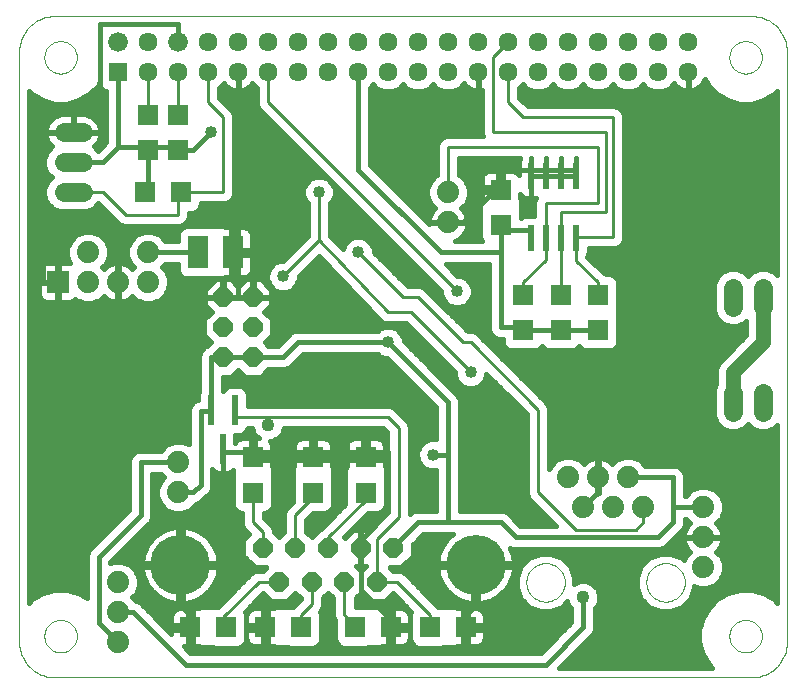
<source format=gbl>
G75*
G70*
%OFA0B0*%
%FSLAX24Y24*%
%IPPOS*%
%LPD*%
%AMOC8*
5,1,8,0,0,1.08239X$1,22.5*
%
%ADD10R,0.0710X0.0709*%
%ADD11C,0.0000*%
%ADD12R,0.0634X0.0634*%
%ADD13C,0.0660*%
%ADD14C,0.0634*%
%ADD15C,0.0634*%
%ADD16R,0.0709X0.0710*%
%ADD17OC8,0.0640*%
%ADD18R,0.0220X0.1020*%
%ADD19C,0.0740*%
%ADD20C,0.2000*%
%ADD21R,0.0740X0.0740*%
%ADD22R,0.0240X0.0870*%
%ADD23R,0.0709X0.1100*%
%ADD24C,0.0160*%
%ADD25C,0.0150*%
%ADD26C,0.0436*%
%ADD27C,0.0476*%
%ADD28C,0.0100*%
%ADD29C,0.0400*%
%ADD30C,0.0500*%
D10*
X010180Y008671D03*
X010180Y009851D03*
X012180Y009851D03*
X012180Y008671D03*
X013930Y008671D03*
X013930Y009851D03*
X019180Y014090D03*
X019180Y015270D03*
X020430Y015270D03*
X020430Y014090D03*
X021680Y014090D03*
X021680Y015270D03*
X018430Y017590D03*
X018430Y018770D03*
X007680Y020090D03*
X006680Y020090D03*
X006680Y021270D03*
X007680Y021270D03*
D11*
X003566Y002511D02*
X026794Y002511D01*
X026860Y002513D01*
X026926Y002518D01*
X026992Y002528D01*
X027057Y002541D01*
X027121Y002557D01*
X027184Y002577D01*
X027246Y002601D01*
X027306Y002628D01*
X027365Y002658D01*
X027422Y002692D01*
X027477Y002729D01*
X027530Y002769D01*
X027581Y002811D01*
X027629Y002857D01*
X027675Y002905D01*
X027717Y002956D01*
X027757Y003009D01*
X027794Y003064D01*
X027828Y003121D01*
X027858Y003180D01*
X027885Y003240D01*
X027909Y003302D01*
X027929Y003365D01*
X027945Y003429D01*
X027958Y003494D01*
X027968Y003560D01*
X027973Y003626D01*
X027975Y003692D01*
X027975Y023377D01*
X027973Y023443D01*
X027968Y023509D01*
X027958Y023575D01*
X027945Y023640D01*
X027929Y023704D01*
X027909Y023767D01*
X027885Y023829D01*
X027858Y023889D01*
X027828Y023948D01*
X027794Y024005D01*
X027757Y024060D01*
X027717Y024113D01*
X027675Y024164D01*
X027629Y024212D01*
X027581Y024258D01*
X027530Y024300D01*
X027477Y024340D01*
X027422Y024377D01*
X027365Y024411D01*
X027306Y024441D01*
X027246Y024468D01*
X027184Y024492D01*
X027121Y024512D01*
X027057Y024528D01*
X026992Y024541D01*
X026926Y024551D01*
X026860Y024556D01*
X026794Y024558D01*
X003566Y024558D01*
X003500Y024556D01*
X003434Y024551D01*
X003368Y024541D01*
X003303Y024528D01*
X003239Y024512D01*
X003176Y024492D01*
X003114Y024468D01*
X003054Y024441D01*
X002995Y024411D01*
X002938Y024377D01*
X002883Y024340D01*
X002830Y024300D01*
X002779Y024258D01*
X002731Y024212D01*
X002685Y024164D01*
X002643Y024113D01*
X002603Y024060D01*
X002566Y024005D01*
X002532Y023948D01*
X002502Y023889D01*
X002475Y023829D01*
X002451Y023767D01*
X002431Y023704D01*
X002415Y023640D01*
X002402Y023575D01*
X002392Y023509D01*
X002387Y023443D01*
X002385Y023377D01*
X002385Y003692D01*
X002387Y003626D01*
X002392Y003560D01*
X002402Y003494D01*
X002415Y003429D01*
X002431Y003365D01*
X002451Y003302D01*
X002475Y003240D01*
X002502Y003180D01*
X002532Y003121D01*
X002566Y003064D01*
X002603Y003009D01*
X002643Y002956D01*
X002685Y002905D01*
X002731Y002857D01*
X002779Y002811D01*
X002830Y002769D01*
X002883Y002729D01*
X002938Y002692D01*
X002995Y002658D01*
X003054Y002628D01*
X003114Y002601D01*
X003176Y002577D01*
X003239Y002557D01*
X003303Y002541D01*
X003368Y002528D01*
X003434Y002518D01*
X003500Y002513D01*
X003566Y002511D01*
X003222Y003889D02*
X003224Y003935D01*
X003230Y003980D01*
X003239Y004025D01*
X003253Y004069D01*
X003270Y004112D01*
X003291Y004153D01*
X003315Y004192D01*
X003342Y004229D01*
X003372Y004263D01*
X003406Y004295D01*
X003441Y004324D01*
X003479Y004350D01*
X003519Y004372D01*
X003561Y004391D01*
X003605Y004406D01*
X003649Y004418D01*
X003694Y004426D01*
X003740Y004430D01*
X003786Y004430D01*
X003832Y004426D01*
X003877Y004418D01*
X003921Y004406D01*
X003965Y004391D01*
X004007Y004372D01*
X004047Y004350D01*
X004085Y004324D01*
X004120Y004295D01*
X004154Y004263D01*
X004184Y004229D01*
X004211Y004192D01*
X004235Y004153D01*
X004256Y004112D01*
X004273Y004069D01*
X004287Y004025D01*
X004296Y003980D01*
X004302Y003935D01*
X004304Y003889D01*
X004302Y003843D01*
X004296Y003798D01*
X004287Y003753D01*
X004273Y003709D01*
X004256Y003666D01*
X004235Y003625D01*
X004211Y003586D01*
X004184Y003549D01*
X004154Y003515D01*
X004120Y003483D01*
X004085Y003454D01*
X004047Y003428D01*
X004007Y003406D01*
X003965Y003387D01*
X003921Y003372D01*
X003877Y003360D01*
X003832Y003352D01*
X003786Y003348D01*
X003740Y003348D01*
X003694Y003352D01*
X003649Y003360D01*
X003605Y003372D01*
X003561Y003387D01*
X003519Y003406D01*
X003479Y003428D01*
X003441Y003454D01*
X003406Y003483D01*
X003372Y003515D01*
X003342Y003549D01*
X003315Y003586D01*
X003291Y003625D01*
X003270Y003666D01*
X003253Y003709D01*
X003239Y003753D01*
X003230Y003798D01*
X003224Y003843D01*
X003222Y003889D01*
X019290Y005680D02*
X019292Y005730D01*
X019298Y005780D01*
X019308Y005829D01*
X019321Y005878D01*
X019339Y005925D01*
X019360Y005971D01*
X019384Y006014D01*
X019412Y006056D01*
X019443Y006096D01*
X019477Y006133D01*
X019514Y006167D01*
X019554Y006198D01*
X019596Y006226D01*
X019639Y006250D01*
X019685Y006271D01*
X019732Y006289D01*
X019781Y006302D01*
X019830Y006312D01*
X019880Y006318D01*
X019930Y006320D01*
X019980Y006318D01*
X020030Y006312D01*
X020079Y006302D01*
X020128Y006289D01*
X020175Y006271D01*
X020221Y006250D01*
X020264Y006226D01*
X020306Y006198D01*
X020346Y006167D01*
X020383Y006133D01*
X020417Y006096D01*
X020448Y006056D01*
X020476Y006014D01*
X020500Y005971D01*
X020521Y005925D01*
X020539Y005878D01*
X020552Y005829D01*
X020562Y005780D01*
X020568Y005730D01*
X020570Y005680D01*
X020568Y005630D01*
X020562Y005580D01*
X020552Y005531D01*
X020539Y005482D01*
X020521Y005435D01*
X020500Y005389D01*
X020476Y005346D01*
X020448Y005304D01*
X020417Y005264D01*
X020383Y005227D01*
X020346Y005193D01*
X020306Y005162D01*
X020264Y005134D01*
X020221Y005110D01*
X020175Y005089D01*
X020128Y005071D01*
X020079Y005058D01*
X020030Y005048D01*
X019980Y005042D01*
X019930Y005040D01*
X019880Y005042D01*
X019830Y005048D01*
X019781Y005058D01*
X019732Y005071D01*
X019685Y005089D01*
X019639Y005110D01*
X019596Y005134D01*
X019554Y005162D01*
X019514Y005193D01*
X019477Y005227D01*
X019443Y005264D01*
X019412Y005304D01*
X019384Y005346D01*
X019360Y005389D01*
X019339Y005435D01*
X019321Y005482D01*
X019308Y005531D01*
X019298Y005580D01*
X019292Y005630D01*
X019290Y005680D01*
X023290Y005680D02*
X023292Y005730D01*
X023298Y005780D01*
X023308Y005829D01*
X023321Y005878D01*
X023339Y005925D01*
X023360Y005971D01*
X023384Y006014D01*
X023412Y006056D01*
X023443Y006096D01*
X023477Y006133D01*
X023514Y006167D01*
X023554Y006198D01*
X023596Y006226D01*
X023639Y006250D01*
X023685Y006271D01*
X023732Y006289D01*
X023781Y006302D01*
X023830Y006312D01*
X023880Y006318D01*
X023930Y006320D01*
X023980Y006318D01*
X024030Y006312D01*
X024079Y006302D01*
X024128Y006289D01*
X024175Y006271D01*
X024221Y006250D01*
X024264Y006226D01*
X024306Y006198D01*
X024346Y006167D01*
X024383Y006133D01*
X024417Y006096D01*
X024448Y006056D01*
X024476Y006014D01*
X024500Y005971D01*
X024521Y005925D01*
X024539Y005878D01*
X024552Y005829D01*
X024562Y005780D01*
X024568Y005730D01*
X024570Y005680D01*
X024568Y005630D01*
X024562Y005580D01*
X024552Y005531D01*
X024539Y005482D01*
X024521Y005435D01*
X024500Y005389D01*
X024476Y005346D01*
X024448Y005304D01*
X024417Y005264D01*
X024383Y005227D01*
X024346Y005193D01*
X024306Y005162D01*
X024264Y005134D01*
X024221Y005110D01*
X024175Y005089D01*
X024128Y005071D01*
X024079Y005058D01*
X024030Y005048D01*
X023980Y005042D01*
X023930Y005040D01*
X023880Y005042D01*
X023830Y005048D01*
X023781Y005058D01*
X023732Y005071D01*
X023685Y005089D01*
X023639Y005110D01*
X023596Y005134D01*
X023554Y005162D01*
X023514Y005193D01*
X023477Y005227D01*
X023443Y005264D01*
X023412Y005304D01*
X023384Y005346D01*
X023360Y005389D01*
X023339Y005435D01*
X023321Y005482D01*
X023308Y005531D01*
X023298Y005580D01*
X023292Y005630D01*
X023290Y005680D01*
X026056Y003889D02*
X026058Y003935D01*
X026064Y003980D01*
X026073Y004025D01*
X026087Y004069D01*
X026104Y004112D01*
X026125Y004153D01*
X026149Y004192D01*
X026176Y004229D01*
X026206Y004263D01*
X026240Y004295D01*
X026275Y004324D01*
X026313Y004350D01*
X026353Y004372D01*
X026395Y004391D01*
X026439Y004406D01*
X026483Y004418D01*
X026528Y004426D01*
X026574Y004430D01*
X026620Y004430D01*
X026666Y004426D01*
X026711Y004418D01*
X026755Y004406D01*
X026799Y004391D01*
X026841Y004372D01*
X026881Y004350D01*
X026919Y004324D01*
X026954Y004295D01*
X026988Y004263D01*
X027018Y004229D01*
X027045Y004192D01*
X027069Y004153D01*
X027090Y004112D01*
X027107Y004069D01*
X027121Y004025D01*
X027130Y003980D01*
X027136Y003935D01*
X027138Y003889D01*
X027136Y003843D01*
X027130Y003798D01*
X027121Y003753D01*
X027107Y003709D01*
X027090Y003666D01*
X027069Y003625D01*
X027045Y003586D01*
X027018Y003549D01*
X026988Y003515D01*
X026954Y003483D01*
X026919Y003454D01*
X026881Y003428D01*
X026841Y003406D01*
X026799Y003387D01*
X026755Y003372D01*
X026711Y003360D01*
X026666Y003352D01*
X026620Y003348D01*
X026574Y003348D01*
X026528Y003352D01*
X026483Y003360D01*
X026439Y003372D01*
X026395Y003387D01*
X026353Y003406D01*
X026313Y003428D01*
X026275Y003454D01*
X026240Y003483D01*
X026206Y003515D01*
X026176Y003549D01*
X026149Y003586D01*
X026125Y003625D01*
X026104Y003666D01*
X026087Y003709D01*
X026073Y003753D01*
X026064Y003798D01*
X026058Y003843D01*
X026056Y003889D01*
X026056Y023180D02*
X026058Y023226D01*
X026064Y023271D01*
X026073Y023316D01*
X026087Y023360D01*
X026104Y023403D01*
X026125Y023444D01*
X026149Y023483D01*
X026176Y023520D01*
X026206Y023554D01*
X026240Y023586D01*
X026275Y023615D01*
X026313Y023641D01*
X026353Y023663D01*
X026395Y023682D01*
X026439Y023697D01*
X026483Y023709D01*
X026528Y023717D01*
X026574Y023721D01*
X026620Y023721D01*
X026666Y023717D01*
X026711Y023709D01*
X026755Y023697D01*
X026799Y023682D01*
X026841Y023663D01*
X026881Y023641D01*
X026919Y023615D01*
X026954Y023586D01*
X026988Y023554D01*
X027018Y023520D01*
X027045Y023483D01*
X027069Y023444D01*
X027090Y023403D01*
X027107Y023360D01*
X027121Y023316D01*
X027130Y023271D01*
X027136Y023226D01*
X027138Y023180D01*
X027136Y023134D01*
X027130Y023089D01*
X027121Y023044D01*
X027107Y023000D01*
X027090Y022957D01*
X027069Y022916D01*
X027045Y022877D01*
X027018Y022840D01*
X026988Y022806D01*
X026954Y022774D01*
X026919Y022745D01*
X026881Y022719D01*
X026841Y022697D01*
X026799Y022678D01*
X026755Y022663D01*
X026711Y022651D01*
X026666Y022643D01*
X026620Y022639D01*
X026574Y022639D01*
X026528Y022643D01*
X026483Y022651D01*
X026439Y022663D01*
X026395Y022678D01*
X026353Y022697D01*
X026313Y022719D01*
X026275Y022745D01*
X026240Y022774D01*
X026206Y022806D01*
X026176Y022840D01*
X026149Y022877D01*
X026125Y022916D01*
X026104Y022957D01*
X026087Y023000D01*
X026073Y023044D01*
X026064Y023089D01*
X026058Y023134D01*
X026056Y023180D01*
X003222Y023180D02*
X003224Y023226D01*
X003230Y023271D01*
X003239Y023316D01*
X003253Y023360D01*
X003270Y023403D01*
X003291Y023444D01*
X003315Y023483D01*
X003342Y023520D01*
X003372Y023554D01*
X003406Y023586D01*
X003441Y023615D01*
X003479Y023641D01*
X003519Y023663D01*
X003561Y023682D01*
X003605Y023697D01*
X003649Y023709D01*
X003694Y023717D01*
X003740Y023721D01*
X003786Y023721D01*
X003832Y023717D01*
X003877Y023709D01*
X003921Y023697D01*
X003965Y023682D01*
X004007Y023663D01*
X004047Y023641D01*
X004085Y023615D01*
X004120Y023586D01*
X004154Y023554D01*
X004184Y023520D01*
X004211Y023483D01*
X004235Y023444D01*
X004256Y023403D01*
X004273Y023360D01*
X004287Y023316D01*
X004296Y023271D01*
X004302Y023226D01*
X004304Y023180D01*
X004302Y023134D01*
X004296Y023089D01*
X004287Y023044D01*
X004273Y023000D01*
X004256Y022957D01*
X004235Y022916D01*
X004211Y022877D01*
X004184Y022840D01*
X004154Y022806D01*
X004120Y022774D01*
X004085Y022745D01*
X004047Y022719D01*
X004007Y022697D01*
X003965Y022678D01*
X003921Y022663D01*
X003877Y022651D01*
X003832Y022643D01*
X003786Y022639D01*
X003740Y022639D01*
X003694Y022643D01*
X003649Y022651D01*
X003605Y022663D01*
X003561Y022678D01*
X003519Y022697D01*
X003479Y022719D01*
X003441Y022745D01*
X003406Y022774D01*
X003372Y022806D01*
X003342Y022840D01*
X003315Y022877D01*
X003291Y022916D01*
X003270Y022957D01*
X003253Y023000D01*
X003239Y023044D01*
X003230Y023089D01*
X003224Y023134D01*
X003222Y023180D01*
D12*
X005680Y022680D03*
D13*
X005680Y023680D03*
X007680Y023680D03*
D14*
X007680Y022680D03*
X006680Y022680D03*
X006680Y023680D03*
X008680Y023680D03*
X008680Y022680D03*
X009680Y022680D03*
X009680Y023680D03*
X010680Y023680D03*
X010680Y022680D03*
X011680Y022680D03*
X011680Y023680D03*
X012680Y023680D03*
X012680Y022680D03*
X013680Y022680D03*
X013680Y023680D03*
X014680Y023680D03*
X014680Y022680D03*
X015680Y022680D03*
X015680Y023680D03*
X016680Y023680D03*
X016680Y022680D03*
X017680Y022680D03*
X017680Y023680D03*
X018680Y023680D03*
X018680Y022680D03*
X019680Y022680D03*
X019680Y023680D03*
X020680Y023680D03*
X020680Y022680D03*
X021680Y022680D03*
X021680Y023680D03*
X022680Y023680D03*
X022680Y022680D03*
X023680Y022680D03*
X023680Y023680D03*
X024680Y023680D03*
X024680Y022680D03*
D15*
X026180Y015497D02*
X026180Y014863D01*
X027180Y014863D02*
X027180Y015497D01*
X027180Y011997D02*
X027180Y011363D01*
X026180Y011363D02*
X026180Y011997D01*
X004497Y018680D02*
X003863Y018680D01*
X003863Y019680D02*
X004497Y019680D01*
X004497Y020680D02*
X003863Y020680D01*
D16*
X006590Y018680D03*
X007770Y018680D03*
X008090Y004180D03*
X009270Y004180D03*
X010590Y004180D03*
X011770Y004180D03*
X013590Y004180D03*
X014770Y004180D03*
X016090Y004180D03*
X017270Y004180D03*
D17*
X014316Y005702D03*
X013225Y005702D03*
X012135Y005702D03*
X011044Y005702D03*
X010499Y006820D03*
X011589Y006820D03*
X012680Y006820D03*
X013771Y006820D03*
X014861Y006820D03*
X010180Y013180D03*
X010180Y014180D03*
X009180Y014180D03*
X009180Y013180D03*
X009180Y015180D03*
X010180Y015180D03*
D18*
X009580Y011411D03*
X008780Y011411D03*
X009180Y010111D03*
D19*
X007680Y009680D03*
X007680Y008680D03*
X005680Y005680D03*
X005680Y004680D03*
X005680Y003680D03*
X005680Y015680D03*
X004680Y015680D03*
X004680Y016680D03*
X006680Y016680D03*
X006680Y015680D03*
X016680Y017680D03*
X016680Y018680D03*
X020680Y009180D03*
X021680Y009180D03*
X022680Y009180D03*
X022180Y008180D03*
X023180Y008180D03*
X025180Y008180D03*
X025180Y007180D03*
X025180Y006180D03*
X021180Y008180D03*
D20*
X017599Y006261D03*
X007761Y006261D03*
D21*
X003680Y015680D03*
D22*
X019430Y017150D03*
X019930Y017150D03*
X020430Y017150D03*
X020930Y017150D03*
X020930Y019210D03*
X020430Y019210D03*
X019930Y019210D03*
X019430Y019210D03*
D23*
X009520Y016680D03*
X008340Y016680D03*
D24*
X007666Y017075D02*
X007666Y017294D01*
X007714Y017411D01*
X007804Y017501D01*
X007922Y017550D01*
X009154Y017550D01*
X009250Y017510D01*
X009440Y017510D01*
X009440Y016760D01*
X009600Y016760D01*
X009600Y017510D01*
X009902Y017510D01*
X009956Y017499D01*
X010007Y017478D01*
X010053Y017447D01*
X010092Y017408D01*
X010123Y017363D01*
X010144Y017312D01*
X010154Y017258D01*
X010154Y016760D01*
X009600Y016760D01*
X009600Y016600D01*
X009600Y015850D01*
X009902Y015850D01*
X009956Y015861D01*
X010007Y015882D01*
X010053Y015913D01*
X010092Y015952D01*
X010123Y015997D01*
X010144Y016048D01*
X010154Y016102D01*
X010154Y016600D01*
X009600Y016600D01*
X009440Y016600D01*
X009440Y015850D01*
X009250Y015850D01*
X009154Y015810D01*
X007922Y015810D01*
X007804Y015859D01*
X007714Y015949D01*
X007666Y016066D01*
X007666Y016285D01*
X007261Y016285D01*
X007156Y016180D01*
X007265Y016071D01*
X007370Y015817D01*
X007370Y015543D01*
X007265Y015289D01*
X007071Y015095D01*
X006817Y014990D01*
X006543Y014990D01*
X006289Y015095D01*
X006152Y015232D01*
X006109Y015190D01*
X006042Y015138D01*
X005968Y015096D01*
X005889Y015063D01*
X005807Y015041D01*
X005723Y015030D01*
X005700Y015030D01*
X005700Y015660D01*
X005660Y015660D01*
X005660Y015030D01*
X005637Y015030D01*
X005553Y015041D01*
X005471Y015063D01*
X005392Y015096D01*
X005318Y015138D01*
X005251Y015190D01*
X005208Y015232D01*
X005071Y015095D01*
X004817Y014990D01*
X004543Y014990D01*
X004289Y015095D01*
X004260Y015124D01*
X004228Y015093D01*
X004183Y015062D01*
X004132Y015041D01*
X004078Y015030D01*
X003700Y015030D01*
X003700Y015660D01*
X003660Y015660D01*
X003660Y015030D01*
X003282Y015030D01*
X003228Y015041D01*
X003177Y015062D01*
X003132Y015093D01*
X003093Y015132D01*
X003062Y015177D01*
X003041Y015228D01*
X003030Y015282D01*
X003030Y015660D01*
X003660Y015660D01*
X003660Y015700D01*
X003660Y016330D01*
X003282Y016330D01*
X003228Y016319D01*
X003177Y016298D01*
X003132Y016267D01*
X003093Y016228D01*
X003062Y016183D01*
X003041Y016132D01*
X003030Y016078D01*
X003030Y015700D01*
X003660Y015700D01*
X003700Y015700D01*
X003700Y016330D01*
X004078Y016330D01*
X004078Y016330D01*
X003990Y016543D01*
X003990Y016817D01*
X004095Y017071D01*
X004289Y017265D01*
X004543Y017370D01*
X004817Y017370D01*
X005071Y017265D01*
X005265Y017071D01*
X005370Y016817D01*
X005370Y016543D01*
X005265Y016289D01*
X005156Y016180D01*
X005208Y016128D01*
X005251Y016170D01*
X005318Y016222D01*
X005392Y016264D01*
X005471Y016297D01*
X005553Y016319D01*
X005637Y016330D01*
X005660Y016330D01*
X005660Y015700D01*
X005700Y015700D01*
X005700Y016330D01*
X005723Y016330D01*
X005807Y016319D01*
X005889Y016297D01*
X005968Y016264D01*
X006042Y016222D01*
X006109Y016170D01*
X006152Y016128D01*
X006204Y016180D01*
X006095Y016289D01*
X005990Y016543D01*
X005990Y016817D01*
X006095Y017071D01*
X006289Y017265D01*
X006543Y017370D01*
X006817Y017370D01*
X007071Y017265D01*
X007261Y017075D01*
X007666Y017075D01*
X007666Y017104D02*
X007232Y017104D01*
X007074Y017262D02*
X007666Y017262D01*
X007723Y017421D02*
X002705Y017421D01*
X002705Y017579D02*
X005810Y017579D01*
X005856Y017560D02*
X007754Y017560D01*
X007890Y017616D01*
X007994Y017720D01*
X008050Y017856D01*
X008050Y018005D01*
X008188Y018005D01*
X008306Y018054D01*
X008396Y018144D01*
X008444Y018261D01*
X008444Y018310D01*
X009254Y018310D01*
X009390Y018366D01*
X009494Y018470D01*
X009550Y018606D01*
X009550Y021254D01*
X009494Y021390D01*
X009050Y021833D01*
X009050Y022149D01*
X009211Y022310D01*
X009225Y022291D01*
X009291Y022225D01*
X009367Y022170D01*
X009451Y022127D01*
X009540Y022098D01*
X009633Y022083D01*
X009662Y022083D01*
X009662Y022662D01*
X009698Y022662D01*
X009698Y022083D01*
X009727Y022083D01*
X009820Y022098D01*
X009909Y022127D01*
X009993Y022170D01*
X010069Y022225D01*
X010135Y022291D01*
X010149Y022310D01*
X010310Y022149D01*
X010310Y021606D01*
X010366Y021470D01*
X010470Y021366D01*
X016460Y015377D01*
X016460Y015277D01*
X016539Y015085D01*
X016685Y014939D01*
X016877Y014860D01*
X017083Y014860D01*
X017275Y014939D01*
X017421Y015085D01*
X017500Y015277D01*
X017500Y015483D01*
X017421Y015675D01*
X017275Y015821D01*
X017083Y015900D01*
X016983Y015900D01*
X016598Y016285D01*
X018035Y016285D01*
X018035Y014101D01*
X018095Y013956D01*
X018206Y013845D01*
X018351Y013785D01*
X018505Y013785D01*
X018505Y013672D01*
X018554Y013554D01*
X018644Y013464D01*
X018761Y013416D01*
X019599Y013416D01*
X019716Y013464D01*
X019805Y013553D01*
X019894Y013464D01*
X020011Y013416D01*
X020849Y013416D01*
X020966Y013464D01*
X021055Y013553D01*
X021144Y013464D01*
X021261Y013416D01*
X022099Y013416D01*
X022216Y013464D01*
X022306Y013554D01*
X022355Y013672D01*
X022355Y014508D01*
X022350Y014520D01*
X022350Y014840D01*
X022355Y014852D01*
X022355Y015688D01*
X022306Y015806D01*
X022216Y015896D01*
X022099Y015944D01*
X021939Y015944D01*
X021890Y015994D01*
X021886Y015995D01*
X021322Y016536D01*
X021370Y016651D01*
X021370Y016810D01*
X022254Y016810D01*
X022390Y016866D01*
X022494Y016970D01*
X022550Y017106D01*
X022550Y021254D01*
X022494Y021390D01*
X022390Y021494D01*
X022254Y021550D01*
X019333Y021550D01*
X019050Y021833D01*
X019050Y022149D01*
X019180Y022279D01*
X019319Y022140D01*
X019553Y022043D01*
X019807Y022043D01*
X020041Y022140D01*
X020180Y022279D01*
X020319Y022140D01*
X020553Y022043D01*
X020807Y022043D01*
X021041Y022140D01*
X021180Y022279D01*
X021319Y022140D01*
X021553Y022043D01*
X021807Y022043D01*
X022041Y022140D01*
X022180Y022279D01*
X022319Y022140D01*
X022553Y022043D01*
X022807Y022043D01*
X023041Y022140D01*
X023180Y022279D01*
X023319Y022140D01*
X023553Y022043D01*
X023807Y022043D01*
X024041Y022140D01*
X024211Y022310D01*
X024225Y022291D01*
X024291Y022225D01*
X024367Y022170D01*
X024451Y022127D01*
X024540Y022098D01*
X024633Y022083D01*
X024662Y022083D01*
X024662Y022662D01*
X024698Y022662D01*
X024698Y022083D01*
X024727Y022083D01*
X024820Y022098D01*
X024909Y022127D01*
X024993Y022170D01*
X025069Y022225D01*
X025135Y022291D01*
X025190Y022367D01*
X025233Y022451D01*
X025235Y022458D01*
X025365Y022234D01*
X025651Y021947D01*
X026003Y021745D01*
X026395Y021640D01*
X026800Y021640D01*
X027192Y021745D01*
X027543Y021947D01*
X027655Y022059D01*
X027655Y015922D01*
X027541Y016037D01*
X027307Y016134D01*
X027053Y016134D01*
X026819Y016037D01*
X026680Y015897D01*
X026541Y016037D01*
X026307Y016134D01*
X026053Y016134D01*
X025819Y016037D01*
X025640Y015858D01*
X025543Y015624D01*
X025543Y014736D01*
X025640Y014502D01*
X025819Y014323D01*
X026053Y014226D01*
X026307Y014226D01*
X026541Y014323D01*
X026610Y014393D01*
X026610Y013916D01*
X025697Y013003D01*
X025610Y012793D01*
X025610Y012285D01*
X025543Y012124D01*
X025543Y011236D01*
X025640Y011002D01*
X025819Y010823D01*
X026053Y010726D01*
X026307Y010726D01*
X026541Y010823D01*
X026680Y010963D01*
X026819Y010823D01*
X027053Y010726D01*
X027307Y010726D01*
X027541Y010823D01*
X027655Y010938D01*
X027655Y005009D01*
X027543Y005121D01*
X027192Y005324D01*
X026800Y005429D01*
X026395Y005429D01*
X026003Y005324D01*
X025651Y005121D01*
X025365Y004835D01*
X025162Y004483D01*
X025057Y004091D01*
X025057Y003686D01*
X025162Y003294D01*
X025365Y002943D01*
X025477Y002831D01*
X020389Y002831D01*
X021404Y003845D01*
X021515Y003956D01*
X021575Y004101D01*
X021575Y004814D01*
X021636Y004875D01*
X021718Y005073D01*
X021718Y005287D01*
X021636Y005485D01*
X021485Y005636D01*
X021287Y005718D01*
X021073Y005718D01*
X020890Y005642D01*
X020890Y005871D01*
X020744Y006224D01*
X020474Y006494D01*
X020121Y006640D01*
X019739Y006640D01*
X019386Y006494D01*
X019116Y006224D01*
X018970Y005871D01*
X018970Y005489D01*
X019116Y005136D01*
X019386Y004866D01*
X019739Y004720D01*
X020121Y004720D01*
X020474Y004866D01*
X020653Y005046D01*
X020724Y004875D01*
X020785Y004814D01*
X020785Y004344D01*
X019766Y003325D01*
X008094Y003325D01*
X007874Y003545D01*
X008010Y003545D01*
X008010Y004100D01*
X008170Y004100D01*
X008170Y003545D01*
X008372Y003545D01*
X008456Y003510D01*
X008840Y003510D01*
X008852Y003505D01*
X009688Y003505D01*
X009806Y003554D01*
X009896Y003644D01*
X009944Y003761D01*
X009944Y004599D01*
X009900Y004707D01*
X010517Y005324D01*
X010779Y005062D01*
X011309Y005062D01*
X011589Y005342D01*
X011765Y005167D01*
X011765Y005119D01*
X011501Y004855D01*
X011352Y004855D01*
X011340Y004850D01*
X010956Y004850D01*
X010872Y004815D01*
X010670Y004815D01*
X010670Y004260D01*
X010510Y004260D01*
X010510Y004815D01*
X010208Y004815D01*
X010154Y004804D01*
X010103Y004783D01*
X010057Y004752D01*
X010018Y004713D01*
X009987Y004668D01*
X009966Y004617D01*
X009956Y004562D01*
X009956Y004260D01*
X010510Y004260D01*
X010510Y004100D01*
X010670Y004100D01*
X010670Y003545D01*
X010872Y003545D01*
X010956Y003510D01*
X011340Y003510D01*
X011352Y003505D01*
X012188Y003505D01*
X012306Y003554D01*
X012396Y003644D01*
X012444Y003761D01*
X012444Y004599D01*
X012400Y004707D01*
X012448Y004756D01*
X012505Y004892D01*
X012505Y005167D01*
X012680Y005342D01*
X012855Y005167D01*
X012855Y004644D01*
X012850Y004589D01*
X012855Y004571D01*
X012855Y004552D01*
X012876Y004501D01*
X012892Y004448D01*
X012904Y004433D01*
X012912Y004416D01*
X012916Y004412D01*
X012916Y003761D01*
X012964Y003644D01*
X013054Y003554D01*
X013172Y003505D01*
X014008Y003505D01*
X014020Y003510D01*
X014404Y003510D01*
X014488Y003545D01*
X014690Y003545D01*
X014690Y004100D01*
X014660Y004100D01*
X014660Y004260D01*
X014690Y004260D01*
X014690Y004100D01*
X014850Y004100D01*
X014850Y003545D01*
X015152Y003545D01*
X015206Y003556D01*
X015257Y003577D01*
X015303Y003608D01*
X015342Y003647D01*
X015373Y003692D01*
X015394Y003743D01*
X015404Y003798D01*
X015404Y004100D01*
X014850Y004100D01*
X014850Y004260D01*
X014690Y004260D01*
X014690Y004815D01*
X014488Y004815D01*
X014404Y004850D01*
X014020Y004850D01*
X014008Y004855D01*
X013595Y004855D01*
X013595Y005167D01*
X013771Y005342D01*
X014051Y005062D01*
X014581Y005062D01*
X014843Y005324D01*
X015460Y004707D01*
X015416Y004599D01*
X015416Y003761D01*
X015464Y003644D01*
X015554Y003554D01*
X015672Y003505D01*
X016508Y003505D01*
X016520Y003510D01*
X016904Y003510D01*
X016988Y003545D01*
X017190Y003545D01*
X017190Y004100D01*
X017350Y004100D01*
X017350Y003545D01*
X017652Y003545D01*
X017706Y003556D01*
X017757Y003577D01*
X017803Y003608D01*
X017842Y003647D01*
X017873Y003692D01*
X017894Y003743D01*
X017904Y003798D01*
X017904Y004100D01*
X017350Y004100D01*
X017350Y004260D01*
X017190Y004260D01*
X017190Y004815D01*
X016988Y004815D01*
X016904Y004850D01*
X016520Y004850D01*
X016508Y004855D01*
X016359Y004855D01*
X015303Y005911D01*
X015199Y006015D01*
X015063Y006072D01*
X014851Y006072D01*
X014743Y006180D01*
X015126Y006180D01*
X015501Y006555D01*
X015501Y006942D01*
X015844Y007285D01*
X016830Y007285D01*
X016739Y007210D01*
X016650Y007121D01*
X016570Y007024D01*
X016500Y006920D01*
X016441Y006809D01*
X016393Y006692D01*
X016356Y006572D01*
X016332Y006449D01*
X016321Y006341D01*
X017519Y006341D01*
X017519Y006181D01*
X016321Y006181D01*
X016332Y006073D01*
X016356Y005949D01*
X016393Y005829D01*
X016441Y005713D01*
X016500Y005602D01*
X016570Y005497D01*
X016650Y005400D01*
X016739Y005311D01*
X016836Y005231D01*
X016940Y005161D01*
X017051Y005102D01*
X017168Y005054D01*
X017288Y005018D01*
X017411Y004993D01*
X017519Y004982D01*
X017519Y006181D01*
X017679Y006181D01*
X017679Y004982D01*
X017787Y004993D01*
X017911Y005018D01*
X018031Y005054D01*
X018147Y005102D01*
X018258Y005161D01*
X018363Y005231D01*
X018460Y005311D01*
X018549Y005400D01*
X018629Y005497D01*
X018699Y005602D01*
X018758Y005713D01*
X018806Y005829D01*
X018842Y005949D01*
X018867Y006073D01*
X018878Y006181D01*
X017679Y006181D01*
X017679Y006341D01*
X018878Y006341D01*
X018867Y006449D01*
X018842Y006572D01*
X018806Y006692D01*
X018758Y006809D01*
X018747Y006828D01*
X018851Y006785D01*
X023759Y006785D01*
X023904Y006845D01*
X024015Y006956D01*
X024515Y007456D01*
X024575Y007601D01*
X024575Y007785D01*
X024599Y007785D01*
X024732Y007652D01*
X024690Y007609D01*
X024638Y007542D01*
X024596Y007468D01*
X024563Y007389D01*
X024541Y007307D01*
X024530Y007223D01*
X024530Y007200D01*
X025160Y007200D01*
X025160Y007160D01*
X024530Y007160D01*
X024530Y007137D01*
X024541Y007053D01*
X024563Y006971D01*
X024596Y006892D01*
X024638Y006818D01*
X024690Y006751D01*
X024732Y006708D01*
X024595Y006571D01*
X024537Y006431D01*
X024474Y006494D01*
X024121Y006640D01*
X023739Y006640D01*
X023386Y006494D01*
X023116Y006224D01*
X022970Y005871D01*
X022970Y005489D01*
X023116Y005136D01*
X023386Y004866D01*
X023739Y004720D01*
X024121Y004720D01*
X024474Y004866D01*
X024744Y005136D01*
X024890Y005489D01*
X024890Y005553D01*
X025043Y005490D01*
X025317Y005490D01*
X025571Y005595D01*
X025765Y005789D01*
X025870Y006043D01*
X025870Y006317D01*
X025765Y006571D01*
X025628Y006708D01*
X025670Y006751D01*
X025722Y006818D01*
X025764Y006892D01*
X025797Y006971D01*
X025819Y007053D01*
X025830Y007137D01*
X025830Y007160D01*
X025200Y007160D01*
X025200Y007200D01*
X025830Y007200D01*
X025830Y007223D01*
X025819Y007307D01*
X025797Y007389D01*
X025764Y007468D01*
X025722Y007542D01*
X025670Y007609D01*
X025628Y007652D01*
X025765Y007789D01*
X025870Y008043D01*
X025870Y008317D01*
X025765Y008571D01*
X025571Y008765D01*
X025317Y008870D01*
X025043Y008870D01*
X024789Y008765D01*
X024599Y008575D01*
X024575Y008575D01*
X024575Y009259D01*
X024515Y009404D01*
X024404Y009515D01*
X024259Y009575D01*
X023261Y009575D01*
X023071Y009765D01*
X022817Y009870D01*
X022543Y009870D01*
X022289Y009765D01*
X022152Y009628D01*
X022109Y009670D01*
X022042Y009722D01*
X021968Y009764D01*
X021889Y009797D01*
X021807Y009819D01*
X021723Y009830D01*
X021700Y009830D01*
X021700Y009200D01*
X021660Y009200D01*
X021660Y009830D01*
X021637Y009830D01*
X021553Y009819D01*
X021471Y009797D01*
X021392Y009764D01*
X021318Y009722D01*
X021251Y009670D01*
X021208Y009628D01*
X021071Y009765D01*
X020817Y009870D01*
X020543Y009870D01*
X020289Y009765D01*
X020095Y009571D01*
X020050Y009462D01*
X020050Y011504D01*
X019994Y011640D01*
X019890Y011744D01*
X017744Y013890D01*
X017640Y013994D01*
X017504Y014050D01*
X017333Y014050D01*
X015994Y015390D01*
X015890Y015494D01*
X015754Y015550D01*
X015333Y015550D01*
X014200Y016683D01*
X014200Y016783D01*
X014121Y016975D01*
X013975Y017121D01*
X013783Y017200D01*
X013577Y017200D01*
X013385Y017121D01*
X013239Y016975D01*
X013165Y016796D01*
X012750Y017229D01*
X012750Y018315D01*
X012821Y018385D01*
X012900Y018577D01*
X012900Y018783D01*
X012821Y018975D01*
X012675Y019121D01*
X012483Y019200D01*
X012277Y019200D01*
X012085Y019121D01*
X011939Y018975D01*
X011860Y018783D01*
X011860Y018577D01*
X011939Y018385D01*
X012010Y018315D01*
X012010Y017233D01*
X011177Y016400D01*
X011077Y016400D01*
X010885Y016321D01*
X010739Y016175D01*
X010660Y015983D01*
X010660Y015777D01*
X010739Y015585D01*
X010885Y015439D01*
X011077Y015360D01*
X011283Y015360D01*
X011475Y015439D01*
X011621Y015585D01*
X011700Y015777D01*
X011700Y015877D01*
X012374Y016551D01*
X014365Y014474D01*
X014366Y014470D01*
X014416Y014421D01*
X014464Y014371D01*
X014468Y014369D01*
X014470Y014366D01*
X014535Y014340D01*
X014599Y014312D01*
X014603Y014312D01*
X014606Y014310D01*
X014676Y014310D01*
X014746Y014309D01*
X014750Y014310D01*
X015277Y014310D01*
X016910Y012677D01*
X016910Y012577D01*
X016989Y012385D01*
X017135Y012239D01*
X017327Y012160D01*
X017533Y012160D01*
X017725Y012239D01*
X017871Y012385D01*
X017950Y012577D01*
X017950Y012637D01*
X019310Y011277D01*
X019310Y008606D01*
X019366Y008470D01*
X020262Y007575D01*
X019094Y007575D01*
X018654Y008015D01*
X018509Y008075D01*
X017075Y008075D01*
X017075Y011759D01*
X017015Y011904D01*
X015200Y013719D01*
X015200Y013783D01*
X015121Y013975D01*
X014975Y014121D01*
X014783Y014200D01*
X014577Y014200D01*
X014385Y014121D01*
X014340Y014075D01*
X011601Y014075D01*
X011456Y014015D01*
X011345Y013904D01*
X011345Y013904D01*
X011016Y013575D01*
X010690Y013575D01*
X010585Y013680D01*
X010820Y013915D01*
X010820Y014445D01*
X010557Y014708D01*
X010780Y014931D01*
X010780Y015160D01*
X010200Y015160D01*
X010200Y015200D01*
X010160Y015200D01*
X010160Y015780D01*
X009931Y015780D01*
X009680Y015529D01*
X009429Y015780D01*
X009200Y015780D01*
X009200Y015200D01*
X009160Y015200D01*
X009160Y015780D01*
X008931Y015780D01*
X008580Y015429D01*
X008580Y015200D01*
X009160Y015200D01*
X009160Y015160D01*
X008580Y015160D01*
X008580Y014931D01*
X008803Y014708D01*
X008540Y014445D01*
X008540Y013915D01*
X008775Y013680D01*
X008648Y013553D01*
X008556Y013515D01*
X008445Y013404D01*
X008385Y013259D01*
X008385Y012069D01*
X008350Y011984D01*
X008350Y011774D01*
X008206Y011715D01*
X008095Y011604D01*
X008035Y011459D01*
X008035Y010280D01*
X007817Y010370D01*
X007543Y010370D01*
X007289Y010265D01*
X007099Y010075D01*
X006351Y010075D01*
X006206Y010015D01*
X006095Y009904D01*
X006035Y009759D01*
X006035Y008094D01*
X004695Y006754D01*
X004635Y006609D01*
X004635Y005164D01*
X004357Y005324D01*
X003965Y005429D01*
X003560Y005429D01*
X003168Y005324D01*
X002817Y005121D01*
X002705Y005009D01*
X002705Y022059D01*
X002817Y021947D01*
X003168Y021745D01*
X003560Y021640D01*
X003965Y021640D01*
X004357Y021745D01*
X004709Y021947D01*
X004995Y022234D01*
X005043Y022317D01*
X005043Y022299D01*
X005092Y022182D01*
X005182Y022092D01*
X005285Y022049D01*
X005285Y020344D01*
X005016Y020075D01*
X005002Y020075D01*
X004867Y020211D01*
X004886Y020225D01*
X004952Y020291D01*
X005007Y020367D01*
X005050Y020451D01*
X005079Y020540D01*
X005094Y020633D01*
X005094Y020662D01*
X004198Y020662D01*
X004198Y020698D01*
X004162Y020698D01*
X004162Y020662D01*
X003266Y020662D01*
X003266Y020633D01*
X003281Y020540D01*
X003310Y020451D01*
X003353Y020367D01*
X003408Y020291D01*
X003474Y020225D01*
X003493Y020211D01*
X003323Y020041D01*
X003226Y019807D01*
X003226Y019553D01*
X003323Y019319D01*
X003463Y019180D01*
X003323Y019041D01*
X003226Y018807D01*
X003226Y018553D01*
X003323Y018319D01*
X003502Y018140D01*
X003736Y018043D01*
X004624Y018043D01*
X004858Y018140D01*
X005027Y018310D01*
X005616Y017720D01*
X005720Y017616D01*
X005856Y017560D01*
X005599Y017738D02*
X002705Y017738D01*
X002705Y017896D02*
X005441Y017896D01*
X005282Y018055D02*
X004651Y018055D01*
X004931Y018213D02*
X005124Y018213D01*
X005074Y017262D02*
X006286Y017262D01*
X006128Y017104D02*
X005232Y017104D01*
X005317Y016945D02*
X006043Y016945D01*
X005990Y016787D02*
X005370Y016787D01*
X005370Y016628D02*
X005990Y016628D01*
X006020Y016470D02*
X005340Y016470D01*
X005274Y016311D02*
X005524Y016311D01*
X005660Y016311D02*
X005700Y016311D01*
X005836Y016311D02*
X006086Y016311D01*
X006127Y016153D02*
X006177Y016153D01*
X005700Y016153D02*
X005660Y016153D01*
X005660Y015994D02*
X005700Y015994D01*
X005700Y015836D02*
X005660Y015836D01*
X005233Y016153D02*
X005183Y016153D01*
X005660Y015519D02*
X005700Y015519D01*
X005700Y015360D02*
X005660Y015360D01*
X005660Y015202D02*
X005700Y015202D01*
X005700Y015043D02*
X005660Y015043D01*
X005546Y015043D02*
X004945Y015043D01*
X005177Y015202D02*
X005239Y015202D01*
X005814Y015043D02*
X006415Y015043D01*
X006183Y015202D02*
X006121Y015202D01*
X006945Y015043D02*
X008580Y015043D01*
X008580Y015202D02*
X007177Y015202D01*
X007294Y015360D02*
X008580Y015360D01*
X008670Y015519D02*
X007360Y015519D01*
X007370Y015677D02*
X008828Y015677D01*
X009160Y015677D02*
X009200Y015677D01*
X009200Y015519D02*
X009160Y015519D01*
X009160Y015360D02*
X009200Y015360D01*
X009200Y015202D02*
X009160Y015202D01*
X009200Y015200D02*
X009780Y015200D01*
X010160Y015200D01*
X010160Y015160D01*
X009200Y015160D01*
X009200Y015200D01*
X009532Y015677D02*
X009828Y015677D01*
X010160Y015677D02*
X010200Y015677D01*
X010200Y015780D02*
X010200Y015200D01*
X010780Y015200D01*
X010780Y015429D01*
X010429Y015780D01*
X010200Y015780D01*
X010120Y015994D02*
X010664Y015994D01*
X010660Y015836D02*
X009215Y015836D01*
X009440Y015994D02*
X009600Y015994D01*
X009600Y016153D02*
X009440Y016153D01*
X009440Y016311D02*
X009600Y016311D01*
X009600Y016470D02*
X009440Y016470D01*
X009600Y016628D02*
X011405Y016628D01*
X011563Y016787D02*
X010154Y016787D01*
X010154Y016945D02*
X011722Y016945D01*
X011880Y017104D02*
X010154Y017104D01*
X010154Y017262D02*
X012010Y017262D01*
X012010Y017421D02*
X010080Y017421D01*
X009600Y017421D02*
X009440Y017421D01*
X009440Y017262D02*
X009600Y017262D01*
X009600Y017104D02*
X009440Y017104D01*
X009440Y016945D02*
X009600Y016945D01*
X009600Y016787D02*
X009440Y016787D01*
X010154Y016470D02*
X011246Y016470D01*
X010876Y016311D02*
X010154Y016311D01*
X010154Y016153D02*
X010730Y016153D01*
X010701Y015677D02*
X010532Y015677D01*
X010690Y015519D02*
X010806Y015519D01*
X010780Y015360D02*
X011077Y015360D01*
X011283Y015360D02*
X013516Y015360D01*
X013668Y015202D02*
X010780Y015202D01*
X010780Y015043D02*
X013820Y015043D01*
X013972Y014885D02*
X010733Y014885D01*
X010575Y014726D02*
X014123Y014726D01*
X014275Y014568D02*
X010698Y014568D01*
X010820Y014409D02*
X014427Y014409D01*
X014357Y014092D02*
X010820Y014092D01*
X010820Y013934D02*
X011375Y013934D01*
X011216Y013775D02*
X010680Y013775D01*
X010649Y013617D02*
X011058Y013617D01*
X011541Y012983D02*
X014819Y012983D01*
X014660Y013141D02*
X011700Y013141D01*
X011844Y013285D02*
X014340Y013285D01*
X014385Y013239D01*
X014577Y013160D01*
X014641Y013160D01*
X016285Y011516D01*
X016285Y010449D01*
X016283Y010450D01*
X016077Y010450D01*
X015885Y010371D01*
X015739Y010225D01*
X015660Y010033D01*
X015660Y009827D01*
X015739Y009635D01*
X015885Y009489D01*
X016077Y009410D01*
X016283Y009410D01*
X016285Y009411D01*
X016285Y008075D01*
X015601Y008075D01*
X015456Y008015D01*
X015400Y007959D01*
X015400Y010904D01*
X015344Y011040D01*
X014994Y011390D01*
X014890Y011494D01*
X014754Y011550D01*
X010010Y011550D01*
X010010Y011984D01*
X009961Y012102D01*
X009871Y012192D01*
X009754Y012241D01*
X009406Y012241D01*
X009289Y012192D01*
X009199Y012102D01*
X009180Y012057D01*
X009175Y012069D01*
X009175Y012540D01*
X009445Y012540D01*
X009680Y012775D01*
X009915Y012540D01*
X010445Y012540D01*
X010690Y012785D01*
X011259Y012785D01*
X011404Y012845D01*
X011515Y012956D01*
X011844Y013285D01*
X011353Y012824D02*
X014977Y012824D01*
X015136Y012666D02*
X010571Y012666D01*
X009789Y012666D02*
X009571Y012666D01*
X009175Y012507D02*
X015294Y012507D01*
X015453Y012349D02*
X009175Y012349D01*
X009175Y012190D02*
X009287Y012190D01*
X009873Y012190D02*
X015611Y012190D01*
X015770Y012032D02*
X009990Y012032D01*
X010010Y011873D02*
X015928Y011873D01*
X016087Y011715D02*
X010010Y011715D01*
X010010Y011556D02*
X016245Y011556D01*
X016285Y011398D02*
X014986Y011398D01*
X015144Y011239D02*
X016285Y011239D01*
X016285Y011081D02*
X015303Y011081D01*
X015392Y010922D02*
X016285Y010922D01*
X016285Y010764D02*
X015400Y010764D01*
X015400Y010605D02*
X016285Y010605D01*
X016068Y010447D02*
X015400Y010447D01*
X015400Y010288D02*
X015803Y010288D01*
X015700Y010130D02*
X015400Y010130D01*
X015400Y009971D02*
X015660Y009971D01*
X015666Y009813D02*
X015400Y009813D01*
X015400Y009654D02*
X015731Y009654D01*
X015879Y009496D02*
X015400Y009496D01*
X015400Y009337D02*
X016285Y009337D01*
X016285Y009179D02*
X015400Y009179D01*
X015400Y009020D02*
X016285Y009020D01*
X016285Y008862D02*
X015400Y008862D01*
X015400Y008703D02*
X016285Y008703D01*
X016285Y008545D02*
X015400Y008545D01*
X015400Y008386D02*
X016285Y008386D01*
X016285Y008228D02*
X015400Y008228D01*
X015400Y008069D02*
X015587Y008069D01*
X015835Y007277D02*
X016819Y007277D01*
X016647Y007118D02*
X015677Y007118D01*
X015518Y006960D02*
X016527Y006960D01*
X016438Y006801D02*
X015501Y006801D01*
X015501Y006643D02*
X016378Y006643D01*
X016339Y006484D02*
X015430Y006484D01*
X015272Y006326D02*
X017519Y006326D01*
X017519Y006167D02*
X017679Y006167D01*
X017679Y006009D02*
X017519Y006009D01*
X017519Y005850D02*
X017679Y005850D01*
X017679Y005692D02*
X017519Y005692D01*
X017519Y005533D02*
X017679Y005533D01*
X017679Y005375D02*
X017519Y005375D01*
X017519Y005216D02*
X017679Y005216D01*
X017679Y005058D02*
X017519Y005058D01*
X017652Y004815D02*
X017350Y004815D01*
X017350Y004260D01*
X017904Y004260D01*
X017904Y004562D01*
X017894Y004617D01*
X017873Y004668D01*
X017842Y004713D01*
X017803Y004752D01*
X017757Y004783D01*
X017706Y004804D01*
X017652Y004815D01*
X017815Y004741D02*
X019690Y004741D01*
X019353Y004899D02*
X016315Y004899D01*
X016156Y005058D02*
X017159Y005058D01*
X016859Y005216D02*
X015998Y005216D01*
X015839Y005375D02*
X016675Y005375D01*
X016546Y005533D02*
X015681Y005533D01*
X015522Y005692D02*
X016452Y005692D01*
X016386Y005850D02*
X015364Y005850D01*
X015205Y006009D02*
X016344Y006009D01*
X016322Y006167D02*
X014756Y006167D01*
X013929Y006220D02*
X013771Y006061D01*
X013612Y006220D01*
X013751Y006220D01*
X013751Y006800D01*
X013791Y006800D01*
X013791Y006220D01*
X013929Y006220D01*
X013876Y006167D02*
X013665Y006167D01*
X013751Y006326D02*
X013791Y006326D01*
X013791Y006484D02*
X013751Y006484D01*
X013751Y006643D02*
X013791Y006643D01*
X013791Y006840D02*
X013751Y006840D01*
X013751Y007420D01*
X013522Y007420D01*
X013254Y007151D01*
X013214Y007191D01*
X014019Y007996D01*
X014349Y007996D01*
X014466Y008045D01*
X014556Y008135D01*
X014605Y008253D01*
X014605Y009089D01*
X014600Y009100D01*
X014600Y009484D01*
X014565Y009569D01*
X014565Y009771D01*
X014010Y009771D01*
X014010Y009931D01*
X013850Y009931D01*
X013850Y010485D01*
X013548Y010485D01*
X013493Y010474D01*
X013442Y010453D01*
X013397Y010423D01*
X013358Y010384D01*
X013327Y010338D01*
X013306Y010287D01*
X013295Y010233D01*
X013295Y009931D01*
X013850Y009931D01*
X013850Y009771D01*
X013295Y009771D01*
X013295Y009569D01*
X013260Y009484D01*
X013260Y009100D01*
X013255Y009089D01*
X013255Y008278D01*
X012470Y007494D01*
X012437Y007460D01*
X012415Y007460D01*
X012135Y007180D01*
X011959Y007355D01*
X011959Y007767D01*
X012189Y007996D01*
X012599Y007996D01*
X012716Y008045D01*
X012806Y008135D01*
X012855Y008253D01*
X012855Y009089D01*
X012850Y009100D01*
X012850Y009484D01*
X012815Y009569D01*
X012815Y009771D01*
X012260Y009771D01*
X012260Y009931D01*
X012100Y009931D01*
X012100Y010485D01*
X011798Y010485D01*
X011743Y010474D01*
X011692Y010453D01*
X011647Y010423D01*
X011608Y010384D01*
X011577Y010338D01*
X011556Y010287D01*
X011545Y010233D01*
X011545Y009931D01*
X012100Y009931D01*
X012100Y009771D01*
X011545Y009771D01*
X011545Y009569D01*
X011510Y009484D01*
X011510Y009100D01*
X011505Y009089D01*
X011505Y008359D01*
X011380Y008234D01*
X011276Y008130D01*
X011219Y007994D01*
X011219Y007355D01*
X011044Y007180D01*
X010869Y007355D01*
X010869Y007435D01*
X011219Y007435D01*
X011219Y007594D02*
X010790Y007594D01*
X010813Y007571D02*
X010550Y007833D01*
X010550Y007996D01*
X010599Y007996D01*
X010716Y008045D01*
X010806Y008135D01*
X010855Y008253D01*
X010855Y009089D01*
X010850Y009100D01*
X010850Y009484D01*
X010815Y009569D01*
X010815Y009771D01*
X010260Y009771D01*
X010260Y009931D01*
X010100Y009931D01*
X010100Y010485D01*
X009798Y010485D01*
X009743Y010474D01*
X009692Y010453D01*
X009647Y010423D01*
X009608Y010384D01*
X009577Y010338D01*
X009570Y010321D01*
X009570Y010581D01*
X009754Y010581D01*
X009871Y010629D01*
X009961Y010719D01*
X009999Y010810D01*
X010147Y010810D01*
X010224Y010625D01*
X010364Y010485D01*
X010260Y010485D01*
X010260Y009931D01*
X010815Y009931D01*
X010815Y010233D01*
X010804Y010287D01*
X010783Y010338D01*
X010752Y010384D01*
X010744Y010392D01*
X010787Y010392D01*
X010985Y010474D01*
X011136Y010625D01*
X011213Y010810D01*
X014527Y010810D01*
X014660Y010677D01*
X014660Y008014D01*
X014042Y007396D01*
X014019Y007420D01*
X013791Y007420D01*
X013791Y006840D01*
X013791Y006960D02*
X013751Y006960D01*
X013751Y007118D02*
X013791Y007118D01*
X013791Y007277D02*
X013751Y007277D01*
X013458Y007435D02*
X014081Y007435D01*
X014240Y007594D02*
X013617Y007594D01*
X013775Y007752D02*
X014398Y007752D01*
X014557Y007911D02*
X013934Y007911D01*
X014490Y008069D02*
X014660Y008069D01*
X014660Y008228D02*
X014595Y008228D01*
X014605Y008386D02*
X014660Y008386D01*
X014660Y008545D02*
X014605Y008545D01*
X014605Y008703D02*
X014660Y008703D01*
X014660Y008862D02*
X014605Y008862D01*
X014605Y009020D02*
X014660Y009020D01*
X014660Y009179D02*
X014600Y009179D01*
X014600Y009337D02*
X014660Y009337D01*
X014660Y009496D02*
X014595Y009496D01*
X014565Y009654D02*
X014660Y009654D01*
X014660Y009813D02*
X014010Y009813D01*
X014010Y009931D02*
X014565Y009931D01*
X014565Y010233D01*
X014554Y010287D01*
X014533Y010338D01*
X014502Y010384D01*
X014463Y010423D01*
X014418Y010453D01*
X014367Y010474D01*
X014312Y010485D01*
X014010Y010485D01*
X014010Y009931D01*
X014010Y009971D02*
X013850Y009971D01*
X013850Y009813D02*
X012260Y009813D01*
X012260Y009931D02*
X012815Y009931D01*
X012815Y010233D01*
X012804Y010287D01*
X012783Y010338D01*
X012752Y010384D01*
X012713Y010423D01*
X012668Y010453D01*
X012617Y010474D01*
X012562Y010485D01*
X012260Y010485D01*
X012260Y009931D01*
X012260Y009971D02*
X012100Y009971D01*
X012100Y009813D02*
X010260Y009813D01*
X010260Y009971D02*
X010100Y009971D01*
X010100Y010130D02*
X010260Y010130D01*
X010260Y010288D02*
X010100Y010288D01*
X010100Y010447D02*
X010260Y010447D01*
X010244Y010605D02*
X009812Y010605D01*
X009682Y010447D02*
X009570Y010447D01*
X009180Y010111D02*
X009180Y009321D01*
X009318Y009321D01*
X009372Y009331D01*
X009423Y009353D01*
X009468Y009383D01*
X009507Y009422D01*
X009510Y009426D01*
X009510Y009100D01*
X009505Y009089D01*
X009505Y008253D01*
X009554Y008135D01*
X009644Y008045D01*
X009761Y007996D01*
X009810Y007996D01*
X009810Y007606D01*
X009866Y007470D01*
X009970Y007366D01*
X010055Y007281D01*
X009859Y007085D01*
X009859Y006555D01*
X010234Y006180D01*
X010617Y006180D01*
X010509Y006072D01*
X010297Y006072D01*
X010161Y006015D01*
X010057Y005911D01*
X009001Y004855D01*
X008852Y004855D01*
X008840Y004850D01*
X008456Y004850D01*
X008372Y004815D01*
X008170Y004815D01*
X008170Y004260D01*
X008010Y004260D01*
X008010Y004815D01*
X007708Y004815D01*
X007654Y004804D01*
X007603Y004783D01*
X007557Y004752D01*
X007518Y004713D01*
X007487Y004668D01*
X007466Y004617D01*
X007456Y004562D01*
X007456Y004260D01*
X008010Y004260D01*
X008010Y004100D01*
X007456Y004100D01*
X007456Y003963D01*
X006404Y005015D01*
X006262Y005073D01*
X006156Y005180D01*
X006265Y005289D01*
X006370Y005543D01*
X006370Y005817D01*
X006265Y006071D01*
X006071Y006265D01*
X005817Y006370D01*
X005543Y006370D01*
X005425Y006321D01*
X005425Y006366D01*
X006654Y007595D01*
X006765Y007706D01*
X006825Y007851D01*
X006825Y009285D01*
X007099Y009285D01*
X007204Y009180D01*
X007095Y009071D01*
X006990Y008817D01*
X006990Y008543D01*
X007095Y008289D01*
X007289Y008095D01*
X007543Y007990D01*
X007817Y007990D01*
X008071Y008095D01*
X008262Y008287D01*
X008404Y008345D01*
X008765Y008706D01*
X008825Y008851D01*
X008825Y009463D01*
X008853Y009422D01*
X008892Y009383D01*
X008937Y009353D01*
X008988Y009331D01*
X009042Y009321D01*
X009180Y009321D01*
X009180Y010111D01*
X009180Y010111D01*
X009180Y009971D02*
X009180Y009971D01*
X009180Y009813D02*
X009180Y009813D01*
X009180Y009654D02*
X009180Y009654D01*
X009180Y009496D02*
X009180Y009496D01*
X009180Y009337D02*
X009180Y009337D01*
X009385Y009337D02*
X009510Y009337D01*
X009510Y009179D02*
X008825Y009179D01*
X008825Y009337D02*
X008975Y009337D01*
X008825Y009020D02*
X009505Y009020D01*
X009505Y008862D02*
X008825Y008862D01*
X008762Y008703D02*
X009505Y008703D01*
X009505Y008545D02*
X008603Y008545D01*
X008445Y008386D02*
X009505Y008386D01*
X009515Y008228D02*
X008203Y008228D01*
X008008Y008069D02*
X009620Y008069D01*
X009810Y007911D02*
X006825Y007911D01*
X006825Y008069D02*
X007352Y008069D01*
X007157Y008228D02*
X006825Y008228D01*
X006825Y008386D02*
X007055Y008386D01*
X006990Y008545D02*
X006825Y008545D01*
X006825Y008703D02*
X006990Y008703D01*
X007008Y008862D02*
X006825Y008862D01*
X006825Y009020D02*
X007074Y009020D01*
X007203Y009179D02*
X006825Y009179D01*
X006035Y009179D02*
X002705Y009179D01*
X002705Y009337D02*
X006035Y009337D01*
X006035Y009496D02*
X002705Y009496D01*
X002705Y009654D02*
X006035Y009654D01*
X006057Y009813D02*
X002705Y009813D01*
X002705Y009971D02*
X006162Y009971D01*
X006035Y009020D02*
X002705Y009020D01*
X002705Y008862D02*
X006035Y008862D01*
X006035Y008703D02*
X002705Y008703D01*
X002705Y008545D02*
X006035Y008545D01*
X006035Y008386D02*
X002705Y008386D01*
X002705Y008228D02*
X006035Y008228D01*
X006010Y008069D02*
X002705Y008069D01*
X002705Y007911D02*
X005852Y007911D01*
X005693Y007752D02*
X002705Y007752D01*
X002705Y007594D02*
X005535Y007594D01*
X005376Y007435D02*
X002705Y007435D01*
X002705Y007277D02*
X005218Y007277D01*
X005059Y007118D02*
X002705Y007118D01*
X002705Y006960D02*
X004901Y006960D01*
X004742Y006801D02*
X002705Y006801D01*
X002705Y006643D02*
X004649Y006643D01*
X004635Y006484D02*
X002705Y006484D01*
X002705Y006326D02*
X004635Y006326D01*
X004635Y006167D02*
X002705Y006167D01*
X002705Y006009D02*
X004635Y006009D01*
X004635Y005850D02*
X002705Y005850D01*
X002705Y005692D02*
X004635Y005692D01*
X004635Y005533D02*
X002705Y005533D01*
X002705Y005375D02*
X003356Y005375D01*
X002981Y005216D02*
X002705Y005216D01*
X002705Y005058D02*
X002753Y005058D01*
X004169Y005375D02*
X004635Y005375D01*
X004635Y005216D02*
X004545Y005216D01*
X005425Y006326D02*
X005435Y006326D01*
X005543Y006484D02*
X006500Y006484D01*
X006493Y006449D02*
X006482Y006341D01*
X007681Y006341D01*
X007681Y007539D01*
X007573Y007528D01*
X007449Y007504D01*
X007329Y007467D01*
X007213Y007419D01*
X007102Y007360D01*
X006997Y007290D01*
X006900Y007210D01*
X006811Y007121D01*
X006731Y007024D01*
X006661Y006920D01*
X006602Y006809D01*
X006554Y006692D01*
X006518Y006572D01*
X006493Y006449D01*
X006539Y006643D02*
X005701Y006643D01*
X005860Y006801D02*
X006599Y006801D01*
X006688Y006960D02*
X006018Y006960D01*
X006177Y007118D02*
X006808Y007118D01*
X006981Y007277D02*
X006335Y007277D01*
X006494Y007435D02*
X007251Y007435D01*
X006784Y007752D02*
X009810Y007752D01*
X009815Y007594D02*
X006652Y007594D01*
X007681Y007435D02*
X007841Y007435D01*
X007841Y007539D02*
X007949Y007528D01*
X008072Y007504D01*
X008192Y007467D01*
X008309Y007419D01*
X008420Y007360D01*
X008524Y007290D01*
X008621Y007210D01*
X008710Y007121D01*
X008790Y007024D01*
X008860Y006920D01*
X008919Y006809D01*
X008967Y006692D01*
X009004Y006572D01*
X009028Y006449D01*
X009039Y006341D01*
X007841Y006341D01*
X007841Y006181D01*
X009039Y006181D01*
X009028Y006073D01*
X009004Y005949D01*
X008967Y005829D01*
X008919Y005713D01*
X008860Y005602D01*
X008790Y005497D01*
X008710Y005400D01*
X008621Y005311D01*
X008524Y005231D01*
X008420Y005161D01*
X008309Y005102D01*
X008192Y005054D01*
X008072Y005018D01*
X007949Y004993D01*
X007841Y004982D01*
X007841Y006181D01*
X007681Y006181D01*
X007681Y004982D01*
X007573Y004993D01*
X007449Y005018D01*
X007329Y005054D01*
X007213Y005102D01*
X007102Y005161D01*
X006997Y005231D01*
X006900Y005311D01*
X006811Y005400D01*
X006731Y005497D01*
X006661Y005602D01*
X006602Y005713D01*
X006554Y005829D01*
X006518Y005949D01*
X006493Y006073D01*
X006482Y006181D01*
X007681Y006181D01*
X007681Y006341D01*
X007841Y006341D01*
X007841Y007539D01*
X007841Y007277D02*
X007681Y007277D01*
X007681Y007118D02*
X007841Y007118D01*
X007841Y006960D02*
X007681Y006960D01*
X007681Y006801D02*
X007841Y006801D01*
X007841Y006643D02*
X007681Y006643D01*
X007681Y006484D02*
X007841Y006484D01*
X007841Y006326D02*
X010088Y006326D01*
X009930Y006484D02*
X009021Y006484D01*
X008982Y006643D02*
X009859Y006643D01*
X009859Y006801D02*
X008922Y006801D01*
X008833Y006960D02*
X009859Y006960D01*
X009892Y007118D02*
X008713Y007118D01*
X008541Y007277D02*
X010051Y007277D01*
X009902Y007435D02*
X008270Y007435D01*
X007681Y006326D02*
X005925Y006326D01*
X006169Y006167D02*
X006484Y006167D01*
X006506Y006009D02*
X006291Y006009D01*
X006356Y005850D02*
X006548Y005850D01*
X006614Y005692D02*
X006370Y005692D01*
X006366Y005533D02*
X006708Y005533D01*
X006837Y005375D02*
X006300Y005375D01*
X006192Y005216D02*
X007020Y005216D01*
X007321Y005058D02*
X006301Y005058D01*
X006520Y004899D02*
X009045Y004899D01*
X009204Y005058D02*
X008201Y005058D01*
X008501Y005216D02*
X009362Y005216D01*
X009521Y005375D02*
X008685Y005375D01*
X008814Y005533D02*
X009679Y005533D01*
X009838Y005692D02*
X008908Y005692D01*
X008974Y005850D02*
X009996Y005850D01*
X010155Y006009D02*
X009016Y006009D01*
X009038Y006167D02*
X010604Y006167D01*
X010625Y005216D02*
X010409Y005216D01*
X010250Y005058D02*
X011704Y005058D01*
X011715Y005216D02*
X011464Y005216D01*
X011545Y004899D02*
X010092Y004899D01*
X010045Y004741D02*
X009933Y004741D01*
X009944Y004582D02*
X009959Y004582D01*
X009944Y004424D02*
X009956Y004424D01*
X009944Y004265D02*
X009956Y004265D01*
X009944Y004107D02*
X010510Y004107D01*
X010510Y004100D02*
X009956Y004100D01*
X009956Y003798D01*
X009966Y003743D01*
X009987Y003692D01*
X010018Y003647D01*
X010057Y003608D01*
X010103Y003577D01*
X010154Y003556D01*
X010208Y003545D01*
X010510Y003545D01*
X010510Y004100D01*
X010510Y003948D02*
X010670Y003948D01*
X010670Y003790D02*
X010510Y003790D01*
X010510Y003631D02*
X010670Y003631D01*
X010034Y003631D02*
X009883Y003631D01*
X009944Y003790D02*
X009957Y003790D01*
X009944Y003948D02*
X009956Y003948D01*
X010510Y004265D02*
X010670Y004265D01*
X010670Y004424D02*
X010510Y004424D01*
X010510Y004582D02*
X010670Y004582D01*
X010670Y004741D02*
X010510Y004741D01*
X012433Y004741D02*
X012855Y004741D01*
X012855Y004899D02*
X012505Y004899D01*
X012505Y005058D02*
X012855Y005058D01*
X012806Y005216D02*
X012554Y005216D01*
X012444Y004582D02*
X012852Y004582D01*
X012908Y004424D02*
X012444Y004424D01*
X012444Y004265D02*
X012916Y004265D01*
X012916Y004107D02*
X012444Y004107D01*
X012444Y003948D02*
X012916Y003948D01*
X012916Y003790D02*
X012444Y003790D01*
X012383Y003631D02*
X012977Y003631D01*
X013595Y004899D02*
X015268Y004899D01*
X015206Y004804D02*
X015152Y004815D01*
X014850Y004815D01*
X014850Y004260D01*
X015404Y004260D01*
X015404Y004562D01*
X015394Y004617D01*
X015373Y004668D01*
X015342Y004713D01*
X015303Y004752D01*
X015257Y004783D01*
X015206Y004804D01*
X015315Y004741D02*
X015427Y004741D01*
X015416Y004582D02*
X015401Y004582D01*
X015404Y004424D02*
X015416Y004424D01*
X015404Y004265D02*
X015416Y004265D01*
X015416Y004107D02*
X014850Y004107D01*
X014850Y004265D02*
X014690Y004265D01*
X014690Y004107D02*
X014660Y004107D01*
X014690Y003948D02*
X014850Y003948D01*
X014850Y003790D02*
X014690Y003790D01*
X014690Y003631D02*
X014850Y003631D01*
X015326Y003631D02*
X015477Y003631D01*
X015416Y003790D02*
X015403Y003790D01*
X015404Y003948D02*
X015416Y003948D01*
X014850Y004424D02*
X014690Y004424D01*
X014690Y004582D02*
X014850Y004582D01*
X014850Y004741D02*
X014690Y004741D01*
X014735Y005216D02*
X014951Y005216D01*
X015110Y005058D02*
X013595Y005058D01*
X013645Y005216D02*
X013896Y005216D01*
X013379Y007277D02*
X013300Y007277D01*
X012729Y007752D02*
X011959Y007752D01*
X011959Y007594D02*
X012570Y007594D01*
X012390Y007435D02*
X011959Y007435D01*
X012038Y007277D02*
X012232Y007277D01*
X012103Y007911D02*
X012887Y007911D01*
X012740Y008069D02*
X013046Y008069D01*
X013204Y008228D02*
X012845Y008228D01*
X012855Y008386D02*
X013255Y008386D01*
X013255Y008545D02*
X012855Y008545D01*
X012855Y008703D02*
X013255Y008703D01*
X013255Y008862D02*
X012855Y008862D01*
X012855Y009020D02*
X013255Y009020D01*
X013260Y009179D02*
X012850Y009179D01*
X012850Y009337D02*
X013260Y009337D01*
X013265Y009496D02*
X012845Y009496D01*
X012815Y009654D02*
X013295Y009654D01*
X013295Y009971D02*
X012815Y009971D01*
X012815Y010130D02*
X013295Y010130D01*
X013306Y010288D02*
X012804Y010288D01*
X012678Y010447D02*
X013432Y010447D01*
X013850Y010447D02*
X014010Y010447D01*
X014010Y010288D02*
X013850Y010288D01*
X013850Y010130D02*
X014010Y010130D01*
X014428Y010447D02*
X014660Y010447D01*
X014660Y010605D02*
X011116Y010605D01*
X011193Y010764D02*
X014573Y010764D01*
X014554Y010288D02*
X014660Y010288D01*
X014660Y010130D02*
X014565Y010130D01*
X014565Y009971D02*
X014660Y009971D01*
X012260Y010130D02*
X012100Y010130D01*
X012100Y010288D02*
X012260Y010288D01*
X012260Y010447D02*
X012100Y010447D01*
X011682Y010447D02*
X010919Y010447D01*
X010804Y010288D02*
X011556Y010288D01*
X011545Y010130D02*
X010815Y010130D01*
X010815Y009971D02*
X011545Y009971D01*
X011545Y009654D02*
X010815Y009654D01*
X010845Y009496D02*
X011515Y009496D01*
X011510Y009337D02*
X010850Y009337D01*
X010850Y009179D02*
X011510Y009179D01*
X011505Y009020D02*
X010855Y009020D01*
X010855Y008862D02*
X011505Y008862D01*
X011505Y008703D02*
X010855Y008703D01*
X010855Y008545D02*
X011505Y008545D01*
X011505Y008386D02*
X010855Y008386D01*
X010845Y008228D02*
X011374Y008228D01*
X011251Y008069D02*
X010740Y008069D01*
X010550Y007911D02*
X011219Y007911D01*
X011219Y007752D02*
X010631Y007752D01*
X010813Y007571D02*
X010869Y007435D01*
X010947Y007277D02*
X011141Y007277D01*
X008170Y004741D02*
X008010Y004741D01*
X008010Y004582D02*
X008170Y004582D01*
X008170Y004424D02*
X008010Y004424D01*
X008010Y004265D02*
X008170Y004265D01*
X008010Y004107D02*
X007312Y004107D01*
X007456Y004265D02*
X007154Y004265D01*
X006995Y004424D02*
X007456Y004424D01*
X007459Y004582D02*
X006837Y004582D01*
X006678Y004741D02*
X007545Y004741D01*
X007681Y005058D02*
X007841Y005058D01*
X007841Y005216D02*
X007681Y005216D01*
X007681Y005375D02*
X007841Y005375D01*
X007841Y005533D02*
X007681Y005533D01*
X007681Y005692D02*
X007841Y005692D01*
X007841Y005850D02*
X007681Y005850D01*
X007681Y006009D02*
X007841Y006009D01*
X007841Y006167D02*
X007681Y006167D01*
X008010Y003948D02*
X008170Y003948D01*
X008170Y003790D02*
X008010Y003790D01*
X008010Y003631D02*
X008170Y003631D01*
X007946Y003473D02*
X019914Y003473D01*
X020072Y003631D02*
X017826Y003631D01*
X017903Y003790D02*
X020231Y003790D01*
X020389Y003948D02*
X017904Y003948D01*
X017350Y003948D02*
X017190Y003948D01*
X017190Y003790D02*
X017350Y003790D01*
X017350Y003631D02*
X017190Y003631D01*
X017350Y004107D02*
X020548Y004107D01*
X020706Y004265D02*
X017904Y004265D01*
X017904Y004424D02*
X020785Y004424D01*
X020785Y004582D02*
X017901Y004582D01*
X017350Y004582D02*
X017190Y004582D01*
X017190Y004424D02*
X017350Y004424D01*
X017350Y004265D02*
X017190Y004265D01*
X017190Y004741D02*
X017350Y004741D01*
X018039Y005058D02*
X019195Y005058D01*
X019083Y005216D02*
X018340Y005216D01*
X018523Y005375D02*
X019017Y005375D01*
X018970Y005533D02*
X018652Y005533D01*
X018746Y005692D02*
X018970Y005692D01*
X018970Y005850D02*
X018812Y005850D01*
X018854Y006009D02*
X019027Y006009D01*
X019093Y006167D02*
X018876Y006167D01*
X018860Y006484D02*
X019376Y006484D01*
X019218Y006326D02*
X017679Y006326D01*
X018761Y006801D02*
X018813Y006801D01*
X018821Y006643D02*
X024667Y006643D01*
X024652Y006801D02*
X023797Y006801D01*
X024018Y006960D02*
X024568Y006960D01*
X024533Y007118D02*
X024177Y007118D01*
X024335Y007277D02*
X024537Y007277D01*
X024494Y007435D02*
X024582Y007435D01*
X024572Y007594D02*
X024678Y007594D01*
X024632Y007752D02*
X024575Y007752D01*
X024575Y008703D02*
X024727Y008703D01*
X024575Y008862D02*
X025022Y008862D01*
X025338Y008862D02*
X027655Y008862D01*
X027655Y009020D02*
X024575Y009020D01*
X024575Y009179D02*
X027655Y009179D01*
X027655Y009337D02*
X024543Y009337D01*
X024423Y009496D02*
X027655Y009496D01*
X027655Y009654D02*
X023182Y009654D01*
X022956Y009813D02*
X027655Y009813D01*
X027655Y009971D02*
X020050Y009971D01*
X020050Y009813D02*
X020404Y009813D01*
X020178Y009654D02*
X020050Y009654D01*
X020050Y009496D02*
X020064Y009496D01*
X020050Y010130D02*
X027655Y010130D01*
X027655Y010288D02*
X020050Y010288D01*
X020050Y010447D02*
X027655Y010447D01*
X027655Y010605D02*
X020050Y010605D01*
X020050Y010764D02*
X025963Y010764D01*
X025720Y010922D02*
X020050Y010922D01*
X020050Y011081D02*
X025608Y011081D01*
X025543Y011239D02*
X020050Y011239D01*
X020050Y011398D02*
X025543Y011398D01*
X025543Y011556D02*
X020028Y011556D01*
X019919Y011715D02*
X025543Y011715D01*
X025543Y011873D02*
X019760Y011873D01*
X019890Y011744D02*
X019890Y011744D01*
X019602Y012032D02*
X025543Y012032D01*
X025571Y012190D02*
X019443Y012190D01*
X019285Y012349D02*
X025610Y012349D01*
X025610Y012507D02*
X019126Y012507D01*
X018968Y012666D02*
X025610Y012666D01*
X025623Y012824D02*
X018809Y012824D01*
X018651Y012983D02*
X025688Y012983D01*
X025835Y013141D02*
X018492Y013141D01*
X018334Y013300D02*
X025993Y013300D01*
X026152Y013458D02*
X022201Y013458D01*
X022332Y013617D02*
X026310Y013617D01*
X026469Y013775D02*
X022355Y013775D01*
X022355Y013934D02*
X026610Y013934D01*
X026610Y014092D02*
X022355Y014092D01*
X022355Y014251D02*
X025995Y014251D01*
X025733Y014409D02*
X022355Y014409D01*
X022350Y014568D02*
X025613Y014568D01*
X025547Y014726D02*
X022350Y014726D01*
X022355Y014885D02*
X025543Y014885D01*
X025543Y015043D02*
X022355Y015043D01*
X022355Y015202D02*
X025543Y015202D01*
X025543Y015360D02*
X022355Y015360D01*
X022355Y015519D02*
X025543Y015519D01*
X025565Y015677D02*
X022355Y015677D01*
X022276Y015836D02*
X025631Y015836D01*
X025777Y015994D02*
X021889Y015994D01*
X021722Y016153D02*
X027655Y016153D01*
X027655Y016311D02*
X021557Y016311D01*
X021392Y016470D02*
X027655Y016470D01*
X027655Y016628D02*
X021360Y016628D01*
X021370Y016787D02*
X027655Y016787D01*
X027655Y016945D02*
X022468Y016945D01*
X022549Y017104D02*
X027655Y017104D01*
X027655Y017262D02*
X022550Y017262D01*
X022550Y017421D02*
X027655Y017421D01*
X027655Y017579D02*
X022550Y017579D01*
X022550Y017738D02*
X027655Y017738D01*
X027655Y017896D02*
X022550Y017896D01*
X022550Y018055D02*
X027655Y018055D01*
X027655Y018213D02*
X022550Y018213D01*
X022550Y018372D02*
X027655Y018372D01*
X027655Y018530D02*
X022550Y018530D01*
X022550Y018689D02*
X027655Y018689D01*
X027655Y018847D02*
X022550Y018847D01*
X022550Y019006D02*
X027655Y019006D01*
X027655Y019164D02*
X022550Y019164D01*
X022550Y019323D02*
X027655Y019323D01*
X027655Y019481D02*
X022550Y019481D01*
X022550Y019640D02*
X027655Y019640D01*
X027655Y019798D02*
X022550Y019798D01*
X022550Y019957D02*
X027655Y019957D01*
X027655Y020115D02*
X022550Y020115D01*
X022550Y020274D02*
X027655Y020274D01*
X027655Y020432D02*
X022550Y020432D01*
X022550Y020591D02*
X027655Y020591D01*
X027655Y020749D02*
X022550Y020749D01*
X022550Y020908D02*
X027655Y020908D01*
X027655Y021066D02*
X022550Y021066D01*
X022550Y021225D02*
X027655Y021225D01*
X027655Y021383D02*
X022496Y021383D01*
X022274Y021542D02*
X027655Y021542D01*
X027655Y021700D02*
X027026Y021700D01*
X027389Y021859D02*
X027655Y021859D01*
X027655Y022017D02*
X027613Y022017D01*
X026169Y021700D02*
X019183Y021700D01*
X019050Y021859D02*
X025805Y021859D01*
X025582Y022017D02*
X019050Y022017D01*
X019076Y022176D02*
X019284Y022176D01*
X020076Y022176D02*
X020284Y022176D01*
X021076Y022176D02*
X021284Y022176D01*
X022076Y022176D02*
X022284Y022176D01*
X023076Y022176D02*
X023284Y022176D01*
X024076Y022176D02*
X024359Y022176D01*
X024662Y022176D02*
X024698Y022176D01*
X024698Y022334D02*
X024662Y022334D01*
X024662Y022493D02*
X024698Y022493D01*
X024698Y022651D02*
X024662Y022651D01*
X025001Y022176D02*
X025423Y022176D01*
X025307Y022334D02*
X025166Y022334D01*
X020930Y019810D02*
X020930Y019210D01*
X020930Y019210D01*
X020930Y019810D01*
X020930Y019810D01*
X020930Y019798D02*
X020930Y019798D01*
X020930Y019640D02*
X020930Y019640D01*
X020930Y019481D02*
X020930Y019481D01*
X020930Y019323D02*
X020930Y019323D01*
X020930Y019210D02*
X020430Y019210D01*
X020430Y019810D01*
X020430Y019810D01*
X020430Y019210D01*
X020430Y019210D01*
X020430Y019210D01*
X020530Y019210D01*
X020930Y019210D01*
X020930Y019210D01*
X020430Y019210D02*
X020030Y019210D01*
X019930Y019210D01*
X019930Y019810D01*
X019930Y019810D01*
X019930Y019210D01*
X019930Y019210D01*
X020430Y019210D01*
X020430Y019210D01*
X020430Y019323D02*
X020430Y019323D01*
X020430Y019481D02*
X020430Y019481D01*
X020430Y019640D02*
X020430Y019640D01*
X020430Y019798D02*
X020430Y019798D01*
X019930Y019798D02*
X019930Y019798D01*
X019930Y019640D02*
X019930Y019640D01*
X019930Y019481D02*
X019930Y019481D01*
X019930Y019323D02*
X019930Y019323D01*
X019930Y019210D02*
X019930Y019210D01*
X019930Y019210D01*
X019430Y019210D01*
X019430Y019810D01*
X019430Y019810D01*
X019430Y019210D01*
X019430Y019210D01*
X019430Y019210D01*
X019430Y018495D01*
X019578Y018495D01*
X019600Y018499D01*
X019560Y018404D01*
X019560Y017905D01*
X019246Y017905D01*
X019129Y017856D01*
X019105Y017832D01*
X019105Y018008D01*
X019100Y018020D01*
X019100Y018404D01*
X019065Y018488D01*
X019065Y018638D01*
X019093Y018597D01*
X019132Y018558D01*
X019177Y018527D01*
X019228Y018506D01*
X019282Y018495D01*
X019430Y018495D01*
X019430Y019210D01*
X019430Y019210D01*
X019530Y019210D01*
X019930Y019210D01*
X019430Y019164D02*
X019430Y019164D01*
X019430Y019006D02*
X019430Y019006D01*
X019430Y018847D02*
X019430Y018847D01*
X019430Y018689D02*
X019430Y018689D01*
X019430Y018530D02*
X019430Y018530D01*
X019560Y018372D02*
X019100Y018372D01*
X019100Y018213D02*
X019560Y018213D01*
X019560Y018055D02*
X019100Y018055D01*
X019105Y017896D02*
X019225Y017896D01*
X019173Y018530D02*
X019065Y018530D01*
X018510Y018850D02*
X018350Y018850D01*
X018350Y018690D01*
X017795Y018690D01*
X017795Y018488D01*
X017760Y018404D01*
X017760Y018020D01*
X017755Y018008D01*
X017755Y017172D01*
X017795Y017075D01*
X016918Y017075D01*
X016968Y017096D01*
X017042Y017138D01*
X017109Y017190D01*
X017170Y017251D01*
X017222Y017318D01*
X017264Y017392D01*
X017297Y017471D01*
X017319Y017553D01*
X017330Y017637D01*
X017330Y017660D01*
X016700Y017660D01*
X016700Y017700D01*
X017330Y017700D01*
X017330Y017723D01*
X017319Y017807D01*
X017297Y017889D01*
X017264Y017968D01*
X017222Y018042D01*
X017170Y018109D01*
X017128Y018152D01*
X017265Y018289D01*
X017370Y018543D01*
X017370Y018817D01*
X017265Y019071D01*
X017071Y019265D01*
X017050Y019274D01*
X017050Y019810D01*
X019083Y019810D01*
X019062Y019778D01*
X019041Y019727D01*
X019030Y019673D01*
X019030Y019262D01*
X019002Y019303D01*
X018963Y019342D01*
X018918Y019373D01*
X018867Y019394D01*
X018812Y019404D01*
X018510Y019404D01*
X018510Y018850D01*
X018510Y019006D02*
X018350Y019006D01*
X018350Y018850D02*
X018350Y019404D01*
X018048Y019404D01*
X017993Y019394D01*
X017942Y019373D01*
X017897Y019342D01*
X017858Y019303D01*
X017827Y019257D01*
X017806Y019206D01*
X017795Y019152D01*
X017795Y018850D01*
X018350Y018850D01*
X018350Y018847D02*
X017358Y018847D01*
X017370Y018689D02*
X017795Y018689D01*
X017795Y018530D02*
X017365Y018530D01*
X017299Y018372D02*
X017760Y018372D01*
X017760Y018213D02*
X017189Y018213D01*
X017212Y018055D02*
X017760Y018055D01*
X017755Y017896D02*
X017294Y017896D01*
X017328Y017738D02*
X017755Y017738D01*
X017755Y017579D02*
X017322Y017579D01*
X017276Y017421D02*
X017755Y017421D01*
X017755Y017262D02*
X017179Y017262D01*
X016982Y017104D02*
X017783Y017104D01*
X018035Y016153D02*
X016731Y016153D01*
X016889Y015994D02*
X018035Y015994D01*
X018035Y015836D02*
X017239Y015836D01*
X017418Y015677D02*
X018035Y015677D01*
X018035Y015519D02*
X017485Y015519D01*
X017500Y015360D02*
X018035Y015360D01*
X018035Y015202D02*
X017469Y015202D01*
X017378Y015043D02*
X018035Y015043D01*
X018035Y014885D02*
X017143Y014885D01*
X016817Y014885D02*
X016499Y014885D01*
X016582Y015043D02*
X016340Y015043D01*
X016491Y015202D02*
X016182Y015202D01*
X016023Y015360D02*
X016460Y015360D01*
X016318Y015519D02*
X015830Y015519D01*
X016160Y015677D02*
X015206Y015677D01*
X015048Y015836D02*
X016001Y015836D01*
X015843Y015994D02*
X014889Y015994D01*
X014731Y016153D02*
X015684Y016153D01*
X015526Y016311D02*
X014572Y016311D01*
X014414Y016470D02*
X015367Y016470D01*
X015209Y016628D02*
X014255Y016628D01*
X014199Y016787D02*
X015050Y016787D01*
X014892Y016945D02*
X014133Y016945D01*
X013992Y017104D02*
X014733Y017104D01*
X014575Y017262D02*
X012750Y017262D01*
X012750Y017421D02*
X014416Y017421D01*
X014258Y017579D02*
X012750Y017579D01*
X012750Y017738D02*
X014099Y017738D01*
X013941Y017896D02*
X012750Y017896D01*
X012750Y018055D02*
X013782Y018055D01*
X013624Y018213D02*
X012750Y018213D01*
X012807Y018372D02*
X013465Y018372D01*
X013307Y018530D02*
X012881Y018530D01*
X012900Y018689D02*
X013148Y018689D01*
X012990Y018847D02*
X012874Y018847D01*
X012831Y019006D02*
X012790Y019006D01*
X012673Y019164D02*
X012570Y019164D01*
X012514Y019323D02*
X009550Y019323D01*
X009550Y019481D02*
X012356Y019481D01*
X012197Y019640D02*
X009550Y019640D01*
X009550Y019798D02*
X012039Y019798D01*
X011880Y019957D02*
X009550Y019957D01*
X009550Y020115D02*
X011722Y020115D01*
X011563Y020274D02*
X009550Y020274D01*
X009550Y020432D02*
X011405Y020432D01*
X011246Y020591D02*
X009550Y020591D01*
X009550Y020749D02*
X011088Y020749D01*
X010929Y020908D02*
X009550Y020908D01*
X009550Y021066D02*
X010771Y021066D01*
X010612Y021225D02*
X009550Y021225D01*
X009496Y021383D02*
X010454Y021383D01*
X010337Y021542D02*
X009342Y021542D01*
X009183Y021700D02*
X010310Y021700D01*
X010310Y021859D02*
X009050Y021859D01*
X009050Y022017D02*
X010310Y022017D01*
X010284Y022176D02*
X010001Y022176D01*
X009698Y022176D02*
X009662Y022176D01*
X009662Y022334D02*
X009698Y022334D01*
X009698Y022493D02*
X009662Y022493D01*
X009662Y022651D02*
X009698Y022651D01*
X009359Y022176D02*
X009076Y022176D01*
X009550Y019164D02*
X012190Y019164D01*
X011970Y019006D02*
X009550Y019006D01*
X009550Y018847D02*
X011886Y018847D01*
X011860Y018689D02*
X009550Y018689D01*
X009518Y018530D02*
X011879Y018530D01*
X011953Y018372D02*
X009395Y018372D01*
X008424Y018213D02*
X012010Y018213D01*
X012010Y018055D02*
X008306Y018055D01*
X008050Y017896D02*
X012010Y017896D01*
X012010Y017738D02*
X008001Y017738D01*
X007800Y017579D02*
X012010Y017579D01*
X012870Y017104D02*
X013368Y017104D01*
X013227Y016945D02*
X013022Y016945D01*
X012453Y016470D02*
X012293Y016470D01*
X012134Y016311D02*
X012604Y016311D01*
X012756Y016153D02*
X011976Y016153D01*
X011817Y015994D02*
X012908Y015994D01*
X013060Y015836D02*
X011700Y015836D01*
X011659Y015677D02*
X013212Y015677D01*
X013364Y015519D02*
X011554Y015519D01*
X010820Y014251D02*
X015336Y014251D01*
X015495Y014092D02*
X015003Y014092D01*
X015138Y013934D02*
X015653Y013934D01*
X015812Y013775D02*
X015200Y013775D01*
X015302Y013617D02*
X015970Y013617D01*
X016129Y013458D02*
X015461Y013458D01*
X015619Y013300D02*
X016287Y013300D01*
X016446Y013141D02*
X015778Y013141D01*
X015936Y012983D02*
X016604Y012983D01*
X016763Y012824D02*
X016095Y012824D01*
X016253Y012666D02*
X016910Y012666D01*
X016939Y012507D02*
X016412Y012507D01*
X016570Y012349D02*
X017026Y012349D01*
X017254Y012190D02*
X016729Y012190D01*
X016887Y012032D02*
X018555Y012032D01*
X018397Y012190D02*
X017606Y012190D01*
X017834Y012349D02*
X018238Y012349D01*
X018080Y012507D02*
X017921Y012507D01*
X018714Y011873D02*
X017028Y011873D01*
X017075Y011715D02*
X018872Y011715D01*
X019031Y011556D02*
X017075Y011556D01*
X017075Y011398D02*
X019189Y011398D01*
X019310Y011239D02*
X017075Y011239D01*
X017075Y011081D02*
X019310Y011081D01*
X019310Y010922D02*
X017075Y010922D01*
X017075Y010764D02*
X019310Y010764D01*
X019310Y010605D02*
X017075Y010605D01*
X017075Y010447D02*
X019310Y010447D01*
X019310Y010288D02*
X017075Y010288D01*
X017075Y010130D02*
X019310Y010130D01*
X019310Y009971D02*
X017075Y009971D01*
X017075Y009813D02*
X019310Y009813D01*
X019310Y009654D02*
X017075Y009654D01*
X017075Y009496D02*
X019310Y009496D01*
X019310Y009337D02*
X017075Y009337D01*
X017075Y009179D02*
X019310Y009179D01*
X019310Y009020D02*
X017075Y009020D01*
X017075Y008862D02*
X019310Y008862D01*
X019310Y008703D02*
X017075Y008703D01*
X017075Y008545D02*
X019336Y008545D01*
X019451Y008386D02*
X017075Y008386D01*
X017075Y008228D02*
X019609Y008228D01*
X019768Y008069D02*
X018523Y008069D01*
X018758Y007911D02*
X019926Y007911D01*
X020085Y007752D02*
X018917Y007752D01*
X019075Y007594D02*
X020243Y007594D01*
X020484Y006484D02*
X023376Y006484D01*
X023218Y006326D02*
X020642Y006326D01*
X020767Y006167D02*
X023093Y006167D01*
X023027Y006009D02*
X020833Y006009D01*
X020890Y005850D02*
X022970Y005850D01*
X022970Y005692D02*
X021351Y005692D01*
X021588Y005533D02*
X022970Y005533D01*
X023017Y005375D02*
X021682Y005375D01*
X021718Y005216D02*
X023083Y005216D01*
X023195Y005058D02*
X021712Y005058D01*
X021646Y004899D02*
X023353Y004899D01*
X023690Y004741D02*
X021575Y004741D01*
X021575Y004582D02*
X025219Y004582D01*
X025146Y004424D02*
X021575Y004424D01*
X021575Y004265D02*
X025103Y004265D01*
X025061Y004107D02*
X021575Y004107D01*
X021507Y003948D02*
X025057Y003948D01*
X025057Y003790D02*
X021348Y003790D01*
X021190Y003631D02*
X025072Y003631D01*
X025114Y003473D02*
X021031Y003473D01*
X020873Y003314D02*
X025156Y003314D01*
X025242Y003156D02*
X020714Y003156D01*
X020556Y002997D02*
X025333Y002997D01*
X025469Y002839D02*
X020397Y002839D01*
X020170Y004741D02*
X020785Y004741D01*
X020714Y004899D02*
X020507Y004899D01*
X020890Y005692D02*
X021009Y005692D01*
X024170Y004741D02*
X025310Y004741D01*
X025429Y004899D02*
X024507Y004899D01*
X024665Y005058D02*
X025588Y005058D01*
X025815Y005216D02*
X024777Y005216D01*
X024843Y005375D02*
X026191Y005375D01*
X025667Y005692D02*
X027655Y005692D01*
X027655Y005850D02*
X025790Y005850D01*
X025856Y006009D02*
X027655Y006009D01*
X027655Y006167D02*
X025870Y006167D01*
X025867Y006326D02*
X027655Y006326D01*
X027655Y006484D02*
X025801Y006484D01*
X025693Y006643D02*
X027655Y006643D01*
X027655Y006801D02*
X025708Y006801D01*
X025792Y006960D02*
X027655Y006960D01*
X027655Y007118D02*
X025827Y007118D01*
X025823Y007277D02*
X027655Y007277D01*
X027655Y007435D02*
X025778Y007435D01*
X025682Y007594D02*
X027655Y007594D01*
X027655Y007752D02*
X025728Y007752D01*
X025815Y007911D02*
X027655Y007911D01*
X027655Y008069D02*
X025870Y008069D01*
X025870Y008228D02*
X027655Y008228D01*
X027655Y008386D02*
X025842Y008386D01*
X025776Y008545D02*
X027655Y008545D01*
X027655Y008703D02*
X025633Y008703D01*
X026397Y010764D02*
X026963Y010764D01*
X026720Y010922D02*
X026640Y010922D01*
X027397Y010764D02*
X027655Y010764D01*
X027640Y010922D02*
X027655Y010922D01*
X026610Y014251D02*
X026365Y014251D01*
X026583Y015994D02*
X026777Y015994D01*
X027583Y015994D02*
X027655Y015994D01*
X021159Y013458D02*
X020951Y013458D01*
X019909Y013458D02*
X019701Y013458D01*
X018659Y013458D02*
X018175Y013458D01*
X018017Y013617D02*
X018528Y013617D01*
X018505Y013775D02*
X017858Y013775D01*
X017700Y013934D02*
X018118Y013934D01*
X018039Y014092D02*
X017291Y014092D01*
X017133Y014251D02*
X018035Y014251D01*
X018035Y014409D02*
X016974Y014409D01*
X016816Y014568D02*
X018035Y014568D01*
X018035Y014726D02*
X016657Y014726D01*
X016660Y017660D02*
X016030Y017660D01*
X016030Y017639D01*
X014075Y019594D01*
X014075Y022174D01*
X014180Y022279D01*
X014319Y022140D01*
X014553Y022043D01*
X014807Y022043D01*
X015041Y022140D01*
X015180Y022279D01*
X015319Y022140D01*
X015553Y022043D01*
X015807Y022043D01*
X016041Y022140D01*
X016180Y022279D01*
X016319Y022140D01*
X016553Y022043D01*
X016807Y022043D01*
X017041Y022140D01*
X017211Y022310D01*
X017225Y022291D01*
X017291Y022225D01*
X017367Y022170D01*
X017451Y022127D01*
X017540Y022098D01*
X017633Y022083D01*
X017662Y022083D01*
X017662Y022662D01*
X017698Y022662D01*
X017698Y022083D01*
X017727Y022083D01*
X017810Y022096D01*
X017810Y020606D01*
X017833Y020550D01*
X016606Y020550D01*
X016470Y020494D01*
X016366Y020390D01*
X016310Y020254D01*
X016310Y019274D01*
X016289Y019265D01*
X016095Y019071D01*
X015990Y018817D01*
X015990Y018543D01*
X016095Y018289D01*
X016232Y018152D01*
X016190Y018109D01*
X016138Y018042D01*
X016096Y017968D01*
X016063Y017889D01*
X016041Y017807D01*
X016030Y017723D01*
X016030Y017700D01*
X016660Y017700D01*
X016660Y017660D01*
X016032Y017738D02*
X015931Y017738D01*
X016066Y017896D02*
X015773Y017896D01*
X015614Y018055D02*
X016148Y018055D01*
X016171Y018213D02*
X015456Y018213D01*
X015297Y018372D02*
X016061Y018372D01*
X015995Y018530D02*
X015139Y018530D01*
X014980Y018689D02*
X015990Y018689D01*
X016002Y018847D02*
X014822Y018847D01*
X014663Y019006D02*
X016068Y019006D01*
X016188Y019164D02*
X014505Y019164D01*
X014346Y019323D02*
X016310Y019323D01*
X016310Y019481D02*
X014188Y019481D01*
X014075Y019640D02*
X016310Y019640D01*
X016310Y019798D02*
X014075Y019798D01*
X014075Y019957D02*
X016310Y019957D01*
X016310Y020115D02*
X014075Y020115D01*
X014075Y020274D02*
X016318Y020274D01*
X016409Y020432D02*
X014075Y020432D01*
X014075Y020591D02*
X017817Y020591D01*
X017810Y020749D02*
X014075Y020749D01*
X014075Y020908D02*
X017810Y020908D01*
X017810Y021066D02*
X014075Y021066D01*
X014075Y021225D02*
X017810Y021225D01*
X017810Y021383D02*
X014075Y021383D01*
X014075Y021542D02*
X017810Y021542D01*
X017810Y021700D02*
X014075Y021700D01*
X014075Y021859D02*
X017810Y021859D01*
X017810Y022017D02*
X014075Y022017D01*
X014076Y022176D02*
X014284Y022176D01*
X015076Y022176D02*
X015284Y022176D01*
X016076Y022176D02*
X016284Y022176D01*
X017076Y022176D02*
X017359Y022176D01*
X017662Y022176D02*
X017698Y022176D01*
X017698Y022334D02*
X017662Y022334D01*
X017662Y022493D02*
X017698Y022493D01*
X017698Y022651D02*
X017662Y022651D01*
X017050Y019798D02*
X019075Y019798D01*
X019030Y019640D02*
X017050Y019640D01*
X017050Y019481D02*
X019030Y019481D01*
X019030Y019323D02*
X018983Y019323D01*
X019430Y019323D02*
X019430Y019323D01*
X019430Y019481D02*
X019430Y019481D01*
X019430Y019640D02*
X019430Y019640D01*
X019430Y019798D02*
X019430Y019798D01*
X018510Y019323D02*
X018350Y019323D01*
X018350Y019164D02*
X018510Y019164D01*
X017877Y019323D02*
X017050Y019323D01*
X017172Y019164D02*
X017797Y019164D01*
X017795Y019006D02*
X017292Y019006D01*
X010200Y015519D02*
X010160Y015519D01*
X010160Y015360D02*
X010200Y015360D01*
X010200Y015202D02*
X010160Y015202D01*
X008785Y014726D02*
X002705Y014726D01*
X002705Y014568D02*
X008662Y014568D01*
X008540Y014409D02*
X002705Y014409D01*
X002705Y014251D02*
X008540Y014251D01*
X008540Y014092D02*
X002705Y014092D01*
X002705Y013934D02*
X008540Y013934D01*
X008680Y013775D02*
X002705Y013775D01*
X002705Y013617D02*
X008711Y013617D01*
X008499Y013458D02*
X002705Y013458D01*
X002705Y013300D02*
X008402Y013300D01*
X008385Y013141D02*
X002705Y013141D01*
X002705Y012983D02*
X008385Y012983D01*
X008385Y012824D02*
X002705Y012824D01*
X002705Y012666D02*
X008385Y012666D01*
X008385Y012507D02*
X002705Y012507D01*
X002705Y012349D02*
X008385Y012349D01*
X008385Y012190D02*
X002705Y012190D01*
X002705Y012032D02*
X008370Y012032D01*
X008350Y011873D02*
X002705Y011873D01*
X002705Y011715D02*
X008206Y011715D01*
X008075Y011556D02*
X002705Y011556D01*
X002705Y011398D02*
X008035Y011398D01*
X008035Y011239D02*
X002705Y011239D01*
X002705Y011081D02*
X008035Y011081D01*
X008035Y010922D02*
X002705Y010922D01*
X002705Y010764D02*
X008035Y010764D01*
X008035Y010605D02*
X002705Y010605D01*
X002705Y010447D02*
X008035Y010447D01*
X008035Y010288D02*
X008015Y010288D01*
X007345Y010288D02*
X002705Y010288D01*
X002705Y010130D02*
X007154Y010130D01*
X009980Y010764D02*
X010167Y010764D01*
X008627Y014885D02*
X002705Y014885D01*
X002705Y015043D02*
X003223Y015043D01*
X003052Y015202D02*
X002705Y015202D01*
X002705Y015360D02*
X003030Y015360D01*
X003030Y015519D02*
X002705Y015519D01*
X002705Y015677D02*
X003660Y015677D01*
X003660Y015519D02*
X003700Y015519D01*
X003700Y015360D02*
X003660Y015360D01*
X003660Y015202D02*
X003700Y015202D01*
X003700Y015043D02*
X003660Y015043D01*
X004137Y015043D02*
X004415Y015043D01*
X003700Y015836D02*
X003660Y015836D01*
X003660Y015994D02*
X003700Y015994D01*
X003700Y016153D02*
X003660Y016153D01*
X003660Y016311D02*
X003700Y016311D01*
X004020Y016470D02*
X002705Y016470D01*
X002705Y016628D02*
X003990Y016628D01*
X003990Y016787D02*
X002705Y016787D01*
X002705Y016945D02*
X004043Y016945D01*
X004128Y017104D02*
X002705Y017104D01*
X002705Y017262D02*
X004286Y017262D01*
X003709Y018055D02*
X002705Y018055D01*
X002705Y018213D02*
X003429Y018213D01*
X003302Y018372D02*
X002705Y018372D01*
X002705Y018530D02*
X003236Y018530D01*
X003226Y018689D02*
X002705Y018689D01*
X002705Y018847D02*
X003243Y018847D01*
X003309Y019006D02*
X002705Y019006D01*
X002705Y019164D02*
X003447Y019164D01*
X003322Y019323D02*
X002705Y019323D01*
X002705Y019481D02*
X003256Y019481D01*
X003226Y019640D02*
X002705Y019640D01*
X002705Y019798D02*
X003226Y019798D01*
X003288Y019957D02*
X002705Y019957D01*
X002705Y020115D02*
X003398Y020115D01*
X003426Y020274D02*
X002705Y020274D01*
X002705Y020432D02*
X003320Y020432D01*
X003273Y020591D02*
X002705Y020591D01*
X002705Y020749D02*
X003270Y020749D01*
X003266Y020727D02*
X003266Y020698D01*
X004162Y020698D01*
X004162Y021277D01*
X003816Y021277D01*
X003723Y021262D01*
X003634Y021233D01*
X003550Y021190D01*
X003474Y021135D01*
X003408Y021069D01*
X003353Y020993D01*
X003310Y020909D01*
X003281Y020820D01*
X003266Y020727D01*
X003310Y020908D02*
X002705Y020908D01*
X002705Y021066D02*
X003406Y021066D01*
X003617Y021225D02*
X002705Y021225D01*
X002705Y021383D02*
X005285Y021383D01*
X005285Y021225D02*
X004743Y021225D01*
X004726Y021233D02*
X004637Y021262D01*
X004544Y021277D01*
X004198Y021277D01*
X004198Y020698D01*
X005094Y020698D01*
X005094Y020727D01*
X005079Y020820D01*
X005050Y020909D01*
X005007Y020993D01*
X004952Y021069D01*
X004886Y021135D01*
X004810Y021190D01*
X004726Y021233D01*
X004954Y021066D02*
X005285Y021066D01*
X005285Y020908D02*
X005050Y020908D01*
X005090Y020749D02*
X005285Y020749D01*
X005285Y020591D02*
X005087Y020591D01*
X005040Y020432D02*
X005285Y020432D01*
X005215Y020274D02*
X004934Y020274D01*
X004962Y020115D02*
X005056Y020115D01*
X004198Y020749D02*
X004162Y020749D01*
X004162Y020908D02*
X004198Y020908D01*
X004198Y021066D02*
X004162Y021066D01*
X004162Y021225D02*
X004198Y021225D01*
X004191Y021700D02*
X005285Y021700D01*
X005285Y021542D02*
X002705Y021542D01*
X002705Y021700D02*
X003334Y021700D01*
X002971Y021859D02*
X002705Y021859D01*
X002705Y022017D02*
X002747Y022017D01*
X004555Y021859D02*
X005285Y021859D01*
X005285Y022017D02*
X004778Y022017D01*
X004937Y022176D02*
X005098Y022176D01*
X003208Y016311D02*
X002705Y016311D01*
X002705Y016153D02*
X003049Y016153D01*
X003030Y015994D02*
X002705Y015994D01*
X002705Y015836D02*
X003030Y015836D01*
X007183Y016153D02*
X007666Y016153D01*
X007695Y015994D02*
X007297Y015994D01*
X007362Y015836D02*
X007860Y015836D01*
X020956Y009813D02*
X021529Y009813D01*
X021660Y009813D02*
X021700Y009813D01*
X021831Y009813D02*
X022404Y009813D01*
X022178Y009654D02*
X022125Y009654D01*
X021700Y009654D02*
X021660Y009654D01*
X021660Y009496D02*
X021700Y009496D01*
X021700Y009337D02*
X021660Y009337D01*
X021660Y009160D02*
X021660Y008636D01*
X021700Y008676D01*
X021700Y009160D01*
X021660Y009160D01*
X021660Y009020D02*
X021700Y009020D01*
X021700Y008862D02*
X021660Y008862D01*
X021660Y008703D02*
X021700Y008703D01*
X021235Y009654D02*
X021182Y009654D01*
X024484Y006484D02*
X024559Y006484D01*
X024890Y005533D02*
X024939Y005533D01*
X025421Y005533D02*
X027655Y005533D01*
X027655Y005375D02*
X027004Y005375D01*
X027379Y005216D02*
X027655Y005216D01*
X027655Y005058D02*
X027607Y005058D01*
D25*
X024180Y007680D02*
X023680Y007180D01*
X018930Y007180D01*
X018430Y007680D01*
X016680Y007680D01*
X016680Y009930D01*
X016680Y011680D01*
X014680Y013680D01*
X011680Y013680D01*
X011180Y013180D01*
X010180Y013180D01*
X009180Y013180D01*
X008780Y013180D01*
X008780Y011411D01*
X008780Y011380D01*
X008430Y011380D01*
X008430Y008930D01*
X008180Y008680D01*
X007680Y008680D01*
X007680Y009680D02*
X006430Y009680D01*
X006430Y007930D01*
X005030Y006530D01*
X005030Y004330D01*
X005680Y003680D01*
X005680Y004680D02*
X006180Y004680D01*
X007930Y002930D01*
X019930Y002930D01*
X021180Y004180D01*
X021180Y005180D01*
X024180Y007680D02*
X024180Y008180D01*
X025180Y008180D01*
X024180Y008180D02*
X024180Y009180D01*
X022680Y009180D01*
X021680Y009180D02*
X021680Y008680D01*
X021180Y008180D01*
X017599Y006261D02*
X017599Y004930D01*
X017180Y004511D01*
X017180Y004261D01*
X017270Y004180D01*
X017180Y004261D02*
X017180Y003430D01*
X014680Y003430D01*
X014680Y004171D01*
X014770Y004180D01*
X014770Y004421D01*
X013771Y005420D01*
X013771Y006820D01*
X013771Y007101D01*
X014680Y008011D01*
X014680Y010011D01*
X013930Y010011D01*
X013930Y009851D01*
X013930Y010011D02*
X012180Y010011D01*
X012180Y009851D01*
X012180Y010011D02*
X011180Y010011D01*
X010180Y010011D01*
X009180Y010011D01*
X009180Y010111D01*
X010180Y010011D02*
X010180Y009851D01*
X007761Y006261D02*
X007761Y004930D01*
X008180Y004511D01*
X008180Y004261D01*
X008090Y004180D01*
X008180Y004261D02*
X008180Y003430D01*
X010680Y003430D01*
X010680Y004261D01*
X010590Y004180D01*
X010680Y003430D02*
X014680Y003430D01*
X014861Y006820D02*
X014880Y006880D01*
X015680Y007680D01*
X016680Y007680D01*
X016680Y009930D02*
X016180Y009930D01*
X018430Y014180D02*
X018430Y016680D01*
X016430Y016680D01*
X013680Y019430D01*
X013680Y022680D01*
X009680Y022680D02*
X009680Y016680D01*
X010430Y016680D01*
X009680Y016680D02*
X009520Y016680D01*
X009680Y016680D02*
X009680Y015180D01*
X010180Y015180D01*
X009180Y015180D02*
X008180Y015180D01*
X007680Y014680D01*
X005680Y014680D01*
X005680Y015680D01*
X006680Y016680D02*
X008340Y016680D01*
X006680Y018680D02*
X006590Y018680D01*
X006680Y018680D02*
X006680Y020090D01*
X006680Y020180D01*
X007680Y020180D01*
X007680Y020090D01*
X007680Y020080D01*
X008180Y020080D01*
X008780Y020680D01*
X006680Y020180D02*
X005680Y020180D01*
X005180Y019680D01*
X004180Y019680D01*
X004180Y020680D02*
X003180Y020680D01*
X003180Y015680D01*
X003680Y015680D01*
X005680Y020180D02*
X005680Y022680D01*
X005080Y024280D02*
X005080Y020680D01*
X004180Y020680D01*
X007680Y023680D02*
X007680Y024280D01*
X005080Y024280D01*
X016680Y017680D02*
X017180Y017680D01*
X018180Y018680D01*
X018340Y018680D01*
X018430Y018770D01*
X018430Y019430D01*
X019430Y019430D01*
X019930Y019430D01*
X019930Y019210D01*
X019930Y019430D02*
X020430Y019430D01*
X020430Y019210D01*
X020430Y019430D02*
X020930Y019430D01*
X020930Y019210D01*
X019430Y019210D02*
X019430Y019430D01*
X019430Y017430D02*
X018430Y017430D01*
X018430Y017590D01*
X018430Y017430D02*
X018430Y016680D01*
X019430Y017150D02*
X019430Y017430D01*
X019180Y014180D02*
X018430Y014180D01*
X019180Y014180D02*
X019180Y014090D01*
X020430Y014090D01*
X021680Y014090D01*
D26*
X019680Y013180D03*
X023430Y016680D03*
X026430Y018930D03*
X025180Y021180D03*
X015430Y015930D03*
X012430Y015930D03*
X010430Y016680D03*
X012680Y012680D03*
X010680Y010930D03*
X011180Y010011D03*
X019680Y007680D03*
X021930Y006180D03*
X021180Y005180D03*
X021680Y003180D03*
X025180Y009680D03*
D27*
X008930Y007930D03*
X003680Y008430D03*
X003680Y007180D03*
X003680Y009680D03*
X005930Y013180D03*
D28*
X009530Y011411D02*
X009530Y011180D01*
X010680Y011180D01*
X010680Y010930D01*
X010680Y011180D02*
X014680Y011180D01*
X015030Y010830D01*
X015030Y007861D01*
X014300Y007131D01*
X014300Y005702D01*
X014316Y005702D01*
X014989Y005702D01*
X016090Y004601D01*
X016090Y004180D01*
X013590Y004180D02*
X013225Y004625D01*
X013225Y005702D01*
X012135Y005702D02*
X012135Y004965D01*
X011770Y004601D01*
X011770Y004180D01*
X011044Y005702D02*
X010371Y005702D01*
X009180Y004511D01*
X009180Y004351D01*
X009270Y004180D01*
X010499Y006820D02*
X010499Y007361D01*
X010180Y007680D01*
X010180Y008671D01*
X011589Y007920D02*
X011589Y006820D01*
X012680Y006820D02*
X012680Y007180D01*
X013930Y008430D01*
X013930Y008671D01*
X012180Y008671D02*
X012180Y008511D01*
X011589Y007920D01*
X009580Y011411D02*
X009530Y011411D01*
X011180Y015880D02*
X012380Y017080D01*
X014680Y014680D01*
X015430Y014680D01*
X017430Y012680D01*
X017430Y013680D02*
X017180Y013680D01*
X015680Y015180D01*
X015180Y015180D01*
X013680Y016680D01*
X012380Y017080D02*
X012380Y018680D01*
X009180Y018680D02*
X009180Y021180D01*
X008680Y021680D01*
X008680Y022680D01*
X007680Y022680D02*
X007680Y021270D01*
X006680Y021270D02*
X006680Y022680D01*
X010680Y022680D02*
X010680Y021680D01*
X016980Y015380D01*
X017430Y013680D02*
X019680Y011430D01*
X019680Y008680D01*
X020930Y007430D01*
X022930Y007430D01*
X023180Y007680D01*
X023180Y008180D01*
X021680Y015270D02*
X021680Y015680D01*
X020930Y016400D01*
X020930Y017150D01*
X020930Y017180D01*
X022180Y017180D01*
X022180Y021180D01*
X019180Y021180D01*
X018680Y021680D01*
X018680Y022680D01*
X018180Y023180D02*
X018680Y023680D01*
X018180Y023180D02*
X018180Y020680D01*
X021930Y020680D01*
X021930Y018030D01*
X020430Y018030D01*
X020430Y017150D01*
X020430Y015270D01*
X019180Y015270D02*
X019180Y015680D01*
X019930Y016430D01*
X019930Y017150D01*
X019930Y018330D01*
X021680Y018330D01*
X021680Y020180D01*
X016680Y020180D01*
X016680Y018680D01*
X009180Y018680D02*
X007770Y018680D01*
X007680Y018590D01*
X007680Y017930D01*
X005930Y017930D01*
X005180Y018680D01*
X004180Y018680D01*
D29*
X008780Y020680D03*
X012380Y018680D03*
X013680Y016680D03*
X011180Y015880D03*
X014680Y013680D03*
X016980Y015380D03*
X017430Y012680D03*
X016180Y009930D03*
D30*
X026180Y011680D02*
X026180Y012680D01*
X027180Y013680D01*
X027180Y015180D01*
M02*

</source>
